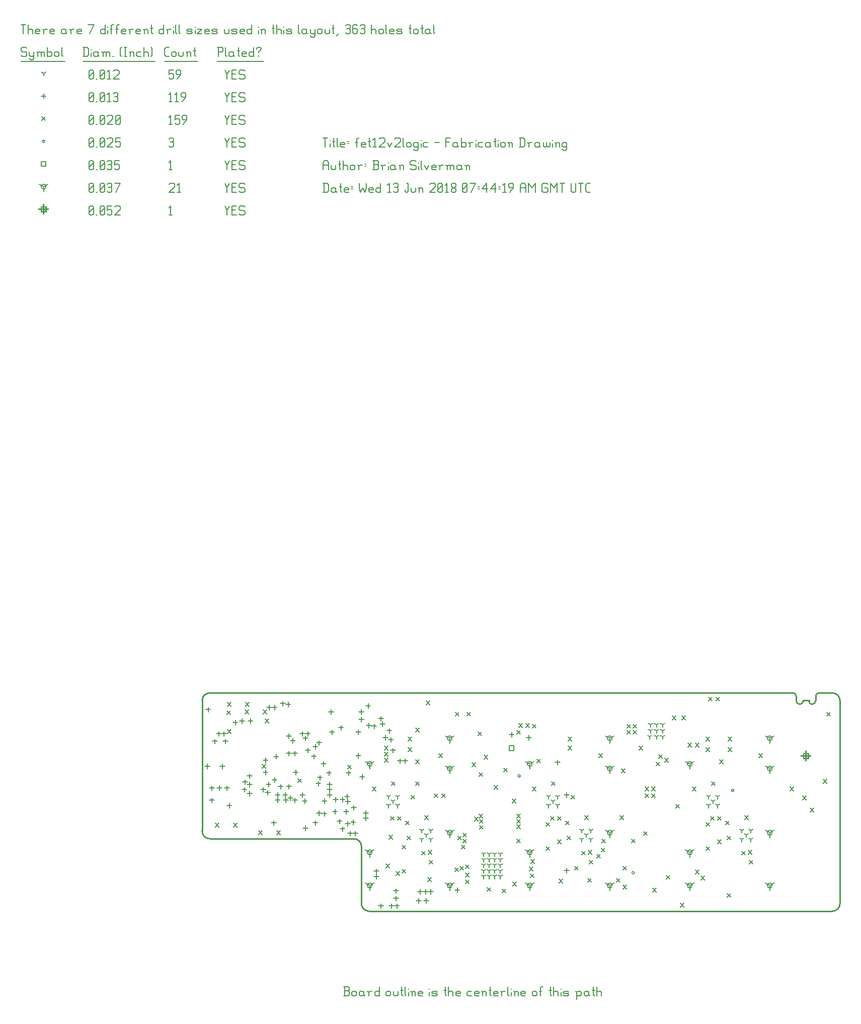
<source format=gbr>
G04 start of page 15 for group -3984 idx -3984 *
G04 Title: fet12v2logic, fab *
G04 Creator: pcb 20140316 *
G04 CreationDate: Wed 13 Jun 2018 07:44:19 AM GMT UTC *
G04 For: brian *
G04 Format: Gerber/RS-274X *
G04 PCB-Dimensions (mil): 6000.00 5000.00 *
G04 PCB-Coordinate-Origin: lower left *
%MOIN*%
%FSLAX25Y25*%
%LNFAB*%
%ADD233C,0.0100*%
%ADD232C,0.0075*%
%ADD231C,0.0060*%
%ADD230R,0.0080X0.0080*%
G54D230*X520000Y152484D02*Y146084D01*
X516800Y149284D02*X523200D01*
X518400Y150884D02*X521600D01*
X518400D02*Y147684D01*
X521600D01*
Y150884D02*Y147684D01*
X15000Y514450D02*Y508050D01*
X11800Y511250D02*X18200D01*
X13400Y512850D02*X16600D01*
X13400D02*Y509650D01*
X16600D01*
Y512850D02*Y509650D01*
G54D231*X135000Y513500D02*X136500Y510500D01*
X138000Y513500D01*
X136500Y510500D02*Y507500D01*
X139800Y510800D02*X142050D01*
X139800Y507500D02*X142800D01*
X139800Y513500D02*Y507500D01*
Y513500D02*X142800D01*
X147600D02*X148350Y512750D01*
X145350Y513500D02*X147600D01*
X144600Y512750D02*X145350Y513500D01*
X144600Y512750D02*Y511250D01*
X145350Y510500D01*
X147600D01*
X148350Y509750D01*
Y508250D01*
X147600Y507500D02*X148350Y508250D01*
X145350Y507500D02*X147600D01*
X144600Y508250D02*X145350Y507500D01*
X98000Y512300D02*X99200Y513500D01*
Y507500D01*
X98000D02*X100250D01*
X45000Y508250D02*X45750Y507500D01*
X45000Y512750D02*Y508250D01*
Y512750D02*X45750Y513500D01*
X47250D01*
X48000Y512750D01*
Y508250D01*
X47250Y507500D02*X48000Y508250D01*
X45750Y507500D02*X47250D01*
X45000Y509000D02*X48000Y512000D01*
X49800Y507500D02*X50550D01*
X52350Y508250D02*X53100Y507500D01*
X52350Y512750D02*Y508250D01*
Y512750D02*X53100Y513500D01*
X54600D01*
X55350Y512750D01*
Y508250D01*
X54600Y507500D02*X55350Y508250D01*
X53100Y507500D02*X54600D01*
X52350Y509000D02*X55350Y512000D01*
X57150Y513500D02*X60150D01*
X57150D02*Y510500D01*
X57900Y511250D01*
X59400D01*
X60150Y510500D01*
Y508250D01*
X59400Y507500D02*X60150Y508250D01*
X57900Y507500D02*X59400D01*
X57150Y508250D02*X57900Y507500D01*
X61950Y512750D02*X62700Y513500D01*
X64950D01*
X65700Y512750D01*
Y511250D01*
X61950Y507500D02*X65700Y511250D01*
X61950Y507500D02*X65700D01*
X496000Y161000D02*Y157800D01*
Y161000D02*X498773Y162600D01*
X496000Y161000D02*X493227Y162600D01*
X494400Y161000D02*G75*G03X497600Y161000I1600J0D01*G01*
G75*G03X494400Y161000I-1600J0D01*G01*
X443000Y63500D02*Y60300D01*
Y63500D02*X445773Y65100D01*
X443000Y63500D02*X440227Y65100D01*
X441400Y63500D02*G75*G03X444600Y63500I1600J0D01*G01*
G75*G03X441400Y63500I-1600J0D01*G01*
X496000Y98500D02*Y95300D01*
Y98500D02*X498773Y100100D01*
X496000Y98500D02*X493227Y100100D01*
X494400Y98500D02*G75*G03X497600Y98500I1600J0D01*G01*
G75*G03X494400Y98500I-1600J0D01*G01*
X496000Y63500D02*Y60300D01*
Y63500D02*X498773Y65100D01*
X496000Y63500D02*X493227Y65100D01*
X494400Y63500D02*G75*G03X497600Y63500I1600J0D01*G01*
G75*G03X494400Y63500I-1600J0D01*G01*
X496000Y141000D02*Y137800D01*
Y141000D02*X498773Y142600D01*
X496000Y141000D02*X493227Y142600D01*
X494400Y141000D02*G75*G03X497600Y141000I1600J0D01*G01*
G75*G03X494400Y141000I-1600J0D01*G01*
X443000Y85500D02*Y82300D01*
Y85500D02*X445773Y87100D01*
X443000Y85500D02*X440227Y87100D01*
X441400Y85500D02*G75*G03X444600Y85500I1600J0D01*G01*
G75*G03X441400Y85500I-1600J0D01*G01*
X443000Y144000D02*Y140800D01*
Y144000D02*X445773Y145600D01*
X443000Y144000D02*X440227Y145600D01*
X441400Y144000D02*G75*G03X444600Y144000I1600J0D01*G01*
G75*G03X441400Y144000I-1600J0D01*G01*
X390000Y161000D02*Y157800D01*
Y161000D02*X392773Y162600D01*
X390000Y161000D02*X387227Y162600D01*
X388400Y161000D02*G75*G03X391600Y161000I1600J0D01*G01*
G75*G03X388400Y161000I-1600J0D01*G01*
X337000Y63500D02*Y60300D01*
Y63500D02*X339773Y65100D01*
X337000Y63500D02*X334227Y65100D01*
X335400Y63500D02*G75*G03X338600Y63500I1600J0D01*G01*
G75*G03X335400Y63500I-1600J0D01*G01*
X390000Y98500D02*Y95300D01*
Y98500D02*X392773Y100100D01*
X390000Y98500D02*X387227Y100100D01*
X388400Y98500D02*G75*G03X391600Y98500I1600J0D01*G01*
G75*G03X388400Y98500I-1600J0D01*G01*
X390000Y63500D02*Y60300D01*
Y63500D02*X392773Y65100D01*
X390000Y63500D02*X387227Y65100D01*
X388400Y63500D02*G75*G03X391600Y63500I1600J0D01*G01*
G75*G03X388400Y63500I-1600J0D01*G01*
X390000Y141000D02*Y137800D01*
Y141000D02*X392773Y142600D01*
X390000Y141000D02*X387227Y142600D01*
X388400Y141000D02*G75*G03X391600Y141000I1600J0D01*G01*
G75*G03X388400Y141000I-1600J0D01*G01*
X337000Y85500D02*Y82300D01*
Y85500D02*X339773Y87100D01*
X337000Y85500D02*X334227Y87100D01*
X335400Y85500D02*G75*G03X338600Y85500I1600J0D01*G01*
G75*G03X335400Y85500I-1600J0D01*G01*
X337000Y144000D02*Y140800D01*
Y144000D02*X339773Y145600D01*
X337000Y144000D02*X334227Y145600D01*
X335400Y144000D02*G75*G03X338600Y144000I1600J0D01*G01*
G75*G03X335400Y144000I-1600J0D01*G01*
X284000Y161000D02*Y157800D01*
Y161000D02*X286773Y162600D01*
X284000Y161000D02*X281227Y162600D01*
X282400Y161000D02*G75*G03X285600Y161000I1600J0D01*G01*
G75*G03X282400Y161000I-1600J0D01*G01*
X231000Y63500D02*Y60300D01*
Y63500D02*X233773Y65100D01*
X231000Y63500D02*X228227Y65100D01*
X229400Y63500D02*G75*G03X232600Y63500I1600J0D01*G01*
G75*G03X229400Y63500I-1600J0D01*G01*
X284000Y98500D02*Y95300D01*
Y98500D02*X286773Y100100D01*
X284000Y98500D02*X281227Y100100D01*
X282400Y98500D02*G75*G03X285600Y98500I1600J0D01*G01*
G75*G03X282400Y98500I-1600J0D01*G01*
X284000Y63500D02*Y60300D01*
Y63500D02*X286773Y65100D01*
X284000Y63500D02*X281227Y65100D01*
X282400Y63500D02*G75*G03X285600Y63500I1600J0D01*G01*
G75*G03X282400Y63500I-1600J0D01*G01*
X284000Y141000D02*Y137800D01*
Y141000D02*X286773Y142600D01*
X284000Y141000D02*X281227Y142600D01*
X282400Y141000D02*G75*G03X285600Y141000I1600J0D01*G01*
G75*G03X282400Y141000I-1600J0D01*G01*
X231000Y85500D02*Y82300D01*
Y85500D02*X233773Y87100D01*
X231000Y85500D02*X228227Y87100D01*
X229400Y85500D02*G75*G03X232600Y85500I1600J0D01*G01*
G75*G03X229400Y85500I-1600J0D01*G01*
X231000Y144000D02*Y140800D01*
Y144000D02*X233773Y145600D01*
X231000Y144000D02*X228227Y145600D01*
X229400Y144000D02*G75*G03X232600Y144000I1600J0D01*G01*
G75*G03X229400Y144000I-1600J0D01*G01*
X15000Y526250D02*Y523050D01*
Y526250D02*X17773Y527850D01*
X15000Y526250D02*X12227Y527850D01*
X13400Y526250D02*G75*G03X16600Y526250I1600J0D01*G01*
G75*G03X13400Y526250I-1600J0D01*G01*
X135000Y528500D02*X136500Y525500D01*
X138000Y528500D01*
X136500Y525500D02*Y522500D01*
X139800Y525800D02*X142050D01*
X139800Y522500D02*X142800D01*
X139800Y528500D02*Y522500D01*
Y528500D02*X142800D01*
X147600D02*X148350Y527750D01*
X145350Y528500D02*X147600D01*
X144600Y527750D02*X145350Y528500D01*
X144600Y527750D02*Y526250D01*
X145350Y525500D01*
X147600D01*
X148350Y524750D01*
Y523250D01*
X147600Y522500D02*X148350Y523250D01*
X145350Y522500D02*X147600D01*
X144600Y523250D02*X145350Y522500D01*
X98000Y527750D02*X98750Y528500D01*
X101000D01*
X101750Y527750D01*
Y526250D01*
X98000Y522500D02*X101750Y526250D01*
X98000Y522500D02*X101750D01*
X103550Y527300D02*X104750Y528500D01*
Y522500D01*
X103550D02*X105800D01*
X45000Y523250D02*X45750Y522500D01*
X45000Y527750D02*Y523250D01*
Y527750D02*X45750Y528500D01*
X47250D01*
X48000Y527750D01*
Y523250D01*
X47250Y522500D02*X48000Y523250D01*
X45750Y522500D02*X47250D01*
X45000Y524000D02*X48000Y527000D01*
X49800Y522500D02*X50550D01*
X52350Y523250D02*X53100Y522500D01*
X52350Y527750D02*Y523250D01*
Y527750D02*X53100Y528500D01*
X54600D01*
X55350Y527750D01*
Y523250D01*
X54600Y522500D02*X55350Y523250D01*
X53100Y522500D02*X54600D01*
X52350Y524000D02*X55350Y527000D01*
X57150Y527750D02*X57900Y528500D01*
X59400D01*
X60150Y527750D01*
X59400Y522500D02*X60150Y523250D01*
X57900Y522500D02*X59400D01*
X57150Y523250D02*X57900Y522500D01*
Y525800D02*X59400D01*
X60150Y527750D02*Y526550D01*
Y525050D02*Y523250D01*
Y525050D02*X59400Y525800D01*
X60150Y526550D02*X59400Y525800D01*
X62700Y522500D02*X65700Y528500D01*
X61950D02*X65700D01*
X323400Y156100D02*X326600D01*
X323400D02*Y152900D01*
X326600D01*
Y156100D02*Y152900D01*
X13400Y542850D02*X16600D01*
X13400D02*Y539650D01*
X16600D01*
Y542850D02*Y539650D01*
X135000Y543500D02*X136500Y540500D01*
X138000Y543500D01*
X136500Y540500D02*Y537500D01*
X139800Y540800D02*X142050D01*
X139800Y537500D02*X142800D01*
X139800Y543500D02*Y537500D01*
Y543500D02*X142800D01*
X147600D02*X148350Y542750D01*
X145350Y543500D02*X147600D01*
X144600Y542750D02*X145350Y543500D01*
X144600Y542750D02*Y541250D01*
X145350Y540500D01*
X147600D01*
X148350Y539750D01*
Y538250D01*
X147600Y537500D02*X148350Y538250D01*
X145350Y537500D02*X147600D01*
X144600Y538250D02*X145350Y537500D01*
X98000Y542300D02*X99200Y543500D01*
Y537500D01*
X98000D02*X100250D01*
X45000Y538250D02*X45750Y537500D01*
X45000Y542750D02*Y538250D01*
Y542750D02*X45750Y543500D01*
X47250D01*
X48000Y542750D01*
Y538250D01*
X47250Y537500D02*X48000Y538250D01*
X45750Y537500D02*X47250D01*
X45000Y539000D02*X48000Y542000D01*
X49800Y537500D02*X50550D01*
X52350Y538250D02*X53100Y537500D01*
X52350Y542750D02*Y538250D01*
Y542750D02*X53100Y543500D01*
X54600D01*
X55350Y542750D01*
Y538250D01*
X54600Y537500D02*X55350Y538250D01*
X53100Y537500D02*X54600D01*
X52350Y539000D02*X55350Y542000D01*
X57150Y542750D02*X57900Y543500D01*
X59400D01*
X60150Y542750D01*
X59400Y537500D02*X60150Y538250D01*
X57900Y537500D02*X59400D01*
X57150Y538250D02*X57900Y537500D01*
Y540800D02*X59400D01*
X60150Y542750D02*Y541550D01*
Y540050D02*Y538250D01*
Y540050D02*X59400Y540800D01*
X60150Y541550D02*X59400Y540800D01*
X61950Y543500D02*X64950D01*
X61950D02*Y540500D01*
X62700Y541250D01*
X64200D01*
X64950Y540500D01*
Y538250D01*
X64200Y537500D02*X64950Y538250D01*
X62700Y537500D02*X64200D01*
X61950Y538250D02*X62700Y537500D01*
X470700Y126500D02*G75*G03X472300Y126500I800J0D01*G01*
G75*G03X470700Y126500I-800J0D01*G01*
X329200Y136000D02*G75*G03X330800Y136000I800J0D01*G01*
G75*G03X329200Y136000I-800J0D01*G01*
X404700Y72000D02*G75*G03X406300Y72000I800J0D01*G01*
G75*G03X404700Y72000I-800J0D01*G01*
X14200Y556250D02*G75*G03X15800Y556250I800J0D01*G01*
G75*G03X14200Y556250I-800J0D01*G01*
X135000Y558500D02*X136500Y555500D01*
X138000Y558500D01*
X136500Y555500D02*Y552500D01*
X139800Y555800D02*X142050D01*
X139800Y552500D02*X142800D01*
X139800Y558500D02*Y552500D01*
Y558500D02*X142800D01*
X147600D02*X148350Y557750D01*
X145350Y558500D02*X147600D01*
X144600Y557750D02*X145350Y558500D01*
X144600Y557750D02*Y556250D01*
X145350Y555500D01*
X147600D01*
X148350Y554750D01*
Y553250D01*
X147600Y552500D02*X148350Y553250D01*
X145350Y552500D02*X147600D01*
X144600Y553250D02*X145350Y552500D01*
X98000Y557750D02*X98750Y558500D01*
X100250D01*
X101000Y557750D01*
X100250Y552500D02*X101000Y553250D01*
X98750Y552500D02*X100250D01*
X98000Y553250D02*X98750Y552500D01*
Y555800D02*X100250D01*
X101000Y557750D02*Y556550D01*
Y555050D02*Y553250D01*
Y555050D02*X100250Y555800D01*
X101000Y556550D02*X100250Y555800D01*
X45000Y553250D02*X45750Y552500D01*
X45000Y557750D02*Y553250D01*
Y557750D02*X45750Y558500D01*
X47250D01*
X48000Y557750D01*
Y553250D01*
X47250Y552500D02*X48000Y553250D01*
X45750Y552500D02*X47250D01*
X45000Y554000D02*X48000Y557000D01*
X49800Y552500D02*X50550D01*
X52350Y553250D02*X53100Y552500D01*
X52350Y557750D02*Y553250D01*
Y557750D02*X53100Y558500D01*
X54600D01*
X55350Y557750D01*
Y553250D01*
X54600Y552500D02*X55350Y553250D01*
X53100Y552500D02*X54600D01*
X52350Y554000D02*X55350Y557000D01*
X57150Y557750D02*X57900Y558500D01*
X60150D01*
X60900Y557750D01*
Y556250D01*
X57150Y552500D02*X60900Y556250D01*
X57150Y552500D02*X60900D01*
X62700Y558500D02*X65700D01*
X62700D02*Y555500D01*
X63450Y556250D01*
X64950D01*
X65700Y555500D01*
Y553250D01*
X64950Y552500D02*X65700Y553250D01*
X63450Y552500D02*X64950D01*
X62700Y553250D02*X63450Y552500D01*
X457300Y132200D02*X459700Y129800D01*
X457300D02*X459700Y132200D01*
X444800Y128700D02*X447200Y126300D01*
X444800D02*X447200Y128700D01*
X456800Y109200D02*X459200Y106800D01*
X456800D02*X459200Y109200D01*
X461300D02*X463700Y106800D01*
X461300D02*X463700Y109200D01*
X468300Y161700D02*X470700Y159300D01*
X468300D02*X470700Y161700D01*
X468300Y154700D02*X470700Y152300D01*
X468300D02*X470700Y154700D01*
X488800Y150700D02*X491200Y148300D01*
X488800D02*X491200Y150700D01*
X461300Y93700D02*X463700Y91300D01*
X461300D02*X463700Y93700D01*
X477300Y86200D02*X479700Y83800D01*
X477300D02*X479700Y86200D01*
X481800Y86700D02*X484200Y84300D01*
X481800D02*X484200Y86700D01*
X466800Y106200D02*X469200Y103800D01*
X466800D02*X469200Y106200D01*
X479300Y109700D02*X481700Y107300D01*
X479300D02*X481700Y109700D01*
X482300Y80200D02*X484700Y77800D01*
X482300D02*X484700Y80200D01*
X467800Y96200D02*X470200Y93800D01*
X467800D02*X470200Y96200D01*
X453800Y89200D02*X456200Y86800D01*
X453800D02*X456200Y89200D01*
X453800Y105200D02*X456200Y102800D01*
X453800D02*X456200Y105200D01*
X351300Y132200D02*X353700Y129800D01*
X351300D02*X353700Y132200D01*
X338800Y128700D02*X341200Y126300D01*
X338800D02*X341200Y128700D01*
X350800Y109200D02*X353200Y106800D01*
X350800D02*X353200Y109200D01*
X355300D02*X357700Y106800D01*
X355300D02*X357700Y109200D01*
X362300Y161700D02*X364700Y159300D01*
X362300D02*X364700Y161700D01*
X362300Y155700D02*X364700Y153300D01*
X362300D02*X364700Y155700D01*
X382800Y150700D02*X385200Y148300D01*
X382800D02*X385200Y150700D01*
X355300Y93700D02*X357700Y91300D01*
X355300D02*X357700Y93700D01*
X371300Y86200D02*X373700Y83800D01*
X371300D02*X373700Y86200D01*
X375800Y86700D02*X378200Y84300D01*
X375800D02*X378200Y86700D01*
X360800Y106200D02*X363200Y103800D01*
X360800D02*X363200Y106200D01*
X373300Y109700D02*X375700Y107300D01*
X373300D02*X375700Y109700D01*
X364300Y123200D02*X366700Y120800D01*
X364300D02*X366700Y123200D01*
X376300Y80200D02*X378700Y77800D01*
X376300D02*X378700Y80200D01*
X361800Y96200D02*X364200Y93800D01*
X361800D02*X364200Y96200D01*
X347800Y89200D02*X350200Y86800D01*
X347800D02*X350200Y89200D01*
X347800Y105200D02*X350200Y102800D01*
X347800D02*X350200Y105200D01*
X245300Y132200D02*X247700Y129800D01*
X245300D02*X247700Y132200D01*
X232800Y128700D02*X235200Y126300D01*
X232800D02*X235200Y128700D01*
X244800Y109200D02*X247200Y106800D01*
X244800D02*X247200Y109200D01*
X249300D02*X251700Y106800D01*
X249300D02*X251700Y109200D01*
X256300Y161700D02*X258700Y159300D01*
X256300D02*X258700Y161700D01*
X256300Y154700D02*X258700Y152300D01*
X256300D02*X258700Y154700D01*
X276800Y150700D02*X279200Y148300D01*
X276800D02*X279200Y150700D01*
X265300Y86200D02*X267700Y83800D01*
X265300D02*X267700Y86200D01*
X269800Y86700D02*X272200Y84300D01*
X269800D02*X272200Y86700D01*
X254800Y106200D02*X257200Y103800D01*
X254800D02*X257200Y106200D01*
X267300Y109700D02*X269700Y107300D01*
X267300D02*X269700Y109700D01*
X258300Y123200D02*X260700Y120800D01*
X258300D02*X260700Y123200D01*
X270300Y80200D02*X272700Y77800D01*
X270300D02*X272700Y80200D01*
X255800Y96200D02*X258200Y93800D01*
X255800D02*X258200Y96200D01*
X453800Y161700D02*X456200Y159300D01*
X453800D02*X456200Y161700D01*
X453800Y154700D02*X456200Y152300D01*
X453800D02*X456200Y154700D01*
X294300Y67200D02*X296700Y64800D01*
X294300D02*X296700Y67200D01*
X294300Y71700D02*X296700Y69300D01*
X294300D02*X296700Y71700D01*
X336800Y75700D02*X339200Y73300D01*
X336800D02*X339200Y75700D01*
X291800Y90200D02*X294200Y87800D01*
X291800D02*X294200Y90200D01*
X292800Y94200D02*X295200Y91800D01*
X292800D02*X295200Y94200D01*
X289300Y96200D02*X291700Y93800D01*
X289300D02*X291700Y96200D01*
X292800Y98200D02*X295200Y95800D01*
X292800D02*X295200Y98200D01*
X409300Y155700D02*X411700Y153300D01*
X409300D02*X411700Y155700D01*
X420800Y145200D02*X423200Y142800D01*
X420800D02*X423200Y145200D01*
X426300Y147700D02*X428700Y145300D01*
X426300D02*X428700Y147700D01*
X422300Y150200D02*X424700Y147800D01*
X422300D02*X424700Y150200D01*
X413300Y128700D02*X415700Y126300D01*
X413300D02*X415700Y128700D01*
X417800D02*X420200Y126300D01*
X417800D02*X420200Y128700D01*
X413300Y124200D02*X415700Y121800D01*
X413300D02*X415700Y124200D01*
X417800D02*X420200Y121800D01*
X417800D02*X420200Y124200D01*
X401300Y166200D02*X403700Y163800D01*
X401300D02*X403700Y166200D01*
X405300D02*X407700Y163800D01*
X405300D02*X407700Y166200D01*
X401300Y170200D02*X403700Y167800D01*
X401300D02*X403700Y170200D01*
X405300D02*X407700Y167800D01*
X405300D02*X407700Y170200D01*
X303800Y103200D02*X306200Y100800D01*
X303800D02*X306200Y103200D01*
X303800Y107200D02*X306200Y104800D01*
X303800D02*X306200Y107200D01*
X300300Y108700D02*X302700Y106300D01*
X300300D02*X302700Y108700D01*
X303300Y110700D02*X305700Y108300D01*
X303300D02*X305700Y110700D01*
X294300Y77200D02*X296700Y74800D01*
X294300D02*X296700Y77200D01*
X290800Y76200D02*X293200Y73800D01*
X290800D02*X293200Y76200D01*
X287300Y75200D02*X289700Y72800D01*
X287300D02*X289700Y75200D01*
X517800Y122700D02*X520200Y120300D01*
X517800D02*X520200Y122700D01*
X522800Y114700D02*X525200Y112300D01*
X522800D02*X525200Y114700D01*
X298800Y144700D02*X301200Y142300D01*
X298800D02*X301200Y144700D01*
X306800Y149700D02*X309200Y147300D01*
X306800D02*X309200Y149700D01*
X404300Y94200D02*X406700Y91800D01*
X404300D02*X406700Y94200D01*
X412300Y99200D02*X414700Y96800D01*
X412300D02*X414700Y99200D01*
X531300Y133700D02*X533700Y131300D01*
X531300D02*X533700Y133700D01*
X509300Y128700D02*X511700Y126300D01*
X509300D02*X511700Y128700D01*
X533800Y178200D02*X536200Y175800D01*
X533800D02*X536200Y178200D01*
X467800Y58200D02*X470200Y55800D01*
X467800D02*X470200Y58200D01*
X431300Y175700D02*X433700Y173300D01*
X431300D02*X433700Y175700D01*
X437800D02*X440200Y173300D01*
X437800D02*X440200Y175700D01*
X462800Y146700D02*X465200Y144300D01*
X462800D02*X465200Y146700D01*
X446800Y73700D02*X449200Y71300D01*
X446800D02*X449200Y73700D01*
X450300Y69700D02*X452700Y67300D01*
X450300D02*X452700Y69700D01*
X433800Y117200D02*X436200Y114800D01*
X433800D02*X436200Y117200D01*
X381300Y84200D02*X383700Y81800D01*
X381300D02*X383700Y84200D01*
X384800Y94200D02*X387200Y91800D01*
X384800D02*X387200Y94200D01*
X384300Y88200D02*X386700Y85800D01*
X384300D02*X386700Y88200D01*
X375300Y68200D02*X377700Y65800D01*
X375300D02*X377700Y68200D01*
X436800Y51700D02*X439200Y49300D01*
X436800D02*X439200Y51700D01*
X418300Y61700D02*X420700Y59300D01*
X418300D02*X420700Y61700D01*
X427300Y70200D02*X429700Y67800D01*
X427300D02*X429700Y70200D01*
X398800Y63700D02*X401200Y61300D01*
X398800D02*X401200Y63700D01*
X398800Y76200D02*X401200Y73800D01*
X398800D02*X401200Y76200D01*
X394300Y68200D02*X396700Y65800D01*
X394300D02*X396700Y68200D01*
X455300Y188200D02*X457700Y185800D01*
X455300D02*X457700Y188200D01*
X460300D02*X462700Y185800D01*
X460300D02*X462700Y188200D01*
X337800Y80700D02*X340200Y78300D01*
X337800D02*X340200Y80700D01*
X337300Y71200D02*X339700Y68800D01*
X337300D02*X339700Y71200D01*
X325800Y65700D02*X328200Y63300D01*
X325800D02*X328200Y65700D01*
X328300Y94200D02*X330700Y91800D01*
X328300D02*X330700Y94200D01*
X325300Y120700D02*X327700Y118300D01*
X325300D02*X327700Y120700D01*
X295300Y178200D02*X297700Y175800D01*
X295300D02*X297700Y178200D01*
X287800D02*X290200Y175800D01*
X287800D02*X290200Y178200D01*
X366800Y76200D02*X369200Y73800D01*
X366800D02*X369200Y76200D01*
X318800Y61200D02*X321200Y58800D01*
X318800D02*X321200Y61200D01*
X328300Y110700D02*X330700Y108300D01*
X328300D02*X330700Y110700D01*
X328300Y107200D02*X330700Y104800D01*
X328300D02*X330700Y107200D01*
X328300Y103700D02*X330700Y101300D01*
X328300D02*X330700Y103700D01*
X308800Y62200D02*X311200Y59800D01*
X308800D02*X311200Y62200D01*
X341800Y147200D02*X344200Y144800D01*
X341800D02*X344200Y147200D01*
X313300Y129700D02*X315700Y127300D01*
X313300D02*X315700Y129700D01*
X319800Y141200D02*X322200Y138800D01*
X319800D02*X322200Y141200D01*
X302800Y165200D02*X305200Y162800D01*
X302800D02*X305200Y165200D01*
X328300Y166200D02*X330700Y163800D01*
X328300D02*X330700Y166200D01*
X268300Y185700D02*X270700Y183300D01*
X268300D02*X270700Y185700D01*
X261300Y167700D02*X263700Y165300D01*
X261300D02*X263700Y167700D01*
X216300Y143200D02*X218700Y140800D01*
X216300D02*X218700Y143200D01*
X159800Y143700D02*X162200Y141300D01*
X159800D02*X162200Y143700D01*
X269300Y68700D02*X271700Y66300D01*
X269300D02*X271700Y68700D01*
X252300Y74200D02*X254700Y71800D01*
X252300D02*X254700Y74200D01*
X252300Y90200D02*X254700Y87800D01*
X252300D02*X254700Y90200D01*
X248300Y72700D02*X250700Y70300D01*
X248300D02*X250700Y72700D01*
X241800Y77700D02*X244200Y75300D01*
X241800D02*X244200Y77700D01*
X261300Y132200D02*X263700Y129800D01*
X261300D02*X263700Y132200D01*
X261300Y146700D02*X263700Y144300D01*
X261300D02*X263700Y146700D01*
X240800Y147700D02*X243200Y145300D01*
X240800D02*X243200Y147700D01*
X240800Y151700D02*X243200Y149300D01*
X240800D02*X243200Y151700D01*
X243800Y96700D02*X246200Y94300D01*
X243800D02*X246200Y96700D01*
X136800Y166700D02*X139200Y164300D01*
X136800D02*X139200Y166700D01*
X161800Y173700D02*X164200Y171300D01*
X161800D02*X164200Y173700D01*
X183300Y134200D02*X185700Y131800D01*
X183300D02*X185700Y134200D01*
X240800Y155700D02*X243200Y153300D01*
X240800D02*X243200Y155700D01*
X148300Y179700D02*X150700Y177300D01*
X148300D02*X150700Y179700D01*
X160300D02*X162700Y177300D01*
X160300D02*X162700Y179700D01*
X128800Y104700D02*X131200Y102300D01*
X128800D02*X131200Y104700D01*
X140800D02*X143200Y102300D01*
X140800D02*X143200Y104700D01*
X157300Y99700D02*X159700Y97300D01*
X157300D02*X159700Y99700D01*
X169300D02*X171700Y97300D01*
X169300D02*X171700Y99700D01*
X148800Y184700D02*X151200Y182300D01*
X148800D02*X151200Y184700D01*
X136800D02*X139200Y182300D01*
X136800D02*X139200Y184700D01*
X136300Y179200D02*X138700Y176800D01*
X136300D02*X138700Y179200D01*
X446800Y157700D02*X449200Y155300D01*
X446800D02*X449200Y157700D01*
X441800D02*X444200Y155300D01*
X441800D02*X444200Y157700D01*
X278800Y124200D02*X281200Y121800D01*
X278800D02*X281200Y124200D01*
X273800D02*X276200Y121800D01*
X273800D02*X276200Y124200D01*
X303300Y138200D02*X305700Y135800D01*
X303300D02*X305700Y138200D01*
X396800Y109700D02*X399200Y107300D01*
X396800D02*X399200Y109700D01*
X329800Y170700D02*X332200Y168300D01*
X329800D02*X332200Y170700D01*
X334300D02*X336700Y168300D01*
X334300D02*X336700Y170700D01*
X338800Y170200D02*X341200Y167800D01*
X338800D02*X341200Y170200D01*
X397800Y140700D02*X400200Y138300D01*
X397800D02*X400200Y140700D01*
X356300Y67700D02*X358700Y65300D01*
X356300D02*X358700Y67700D01*
X13800Y572450D02*X16200Y570050D01*
X13800D02*X16200Y572450D01*
X135000Y573500D02*X136500Y570500D01*
X138000Y573500D01*
X136500Y570500D02*Y567500D01*
X139800Y570800D02*X142050D01*
X139800Y567500D02*X142800D01*
X139800Y573500D02*Y567500D01*
Y573500D02*X142800D01*
X147600D02*X148350Y572750D01*
X145350Y573500D02*X147600D01*
X144600Y572750D02*X145350Y573500D01*
X144600Y572750D02*Y571250D01*
X145350Y570500D01*
X147600D01*
X148350Y569750D01*
Y568250D01*
X147600Y567500D02*X148350Y568250D01*
X145350Y567500D02*X147600D01*
X144600Y568250D02*X145350Y567500D01*
X98000Y572300D02*X99200Y573500D01*
Y567500D01*
X98000D02*X100250D01*
X102050Y573500D02*X105050D01*
X102050D02*Y570500D01*
X102800Y571250D01*
X104300D01*
X105050Y570500D01*
Y568250D01*
X104300Y567500D02*X105050Y568250D01*
X102800Y567500D02*X104300D01*
X102050Y568250D02*X102800Y567500D01*
X107600D02*X109850Y570500D01*
Y572750D02*Y570500D01*
X109100Y573500D02*X109850Y572750D01*
X107600Y573500D02*X109100D01*
X106850Y572750D02*X107600Y573500D01*
X106850Y572750D02*Y571250D01*
X107600Y570500D01*
X109850D01*
X45000Y568250D02*X45750Y567500D01*
X45000Y572750D02*Y568250D01*
Y572750D02*X45750Y573500D01*
X47250D01*
X48000Y572750D01*
Y568250D01*
X47250Y567500D02*X48000Y568250D01*
X45750Y567500D02*X47250D01*
X45000Y569000D02*X48000Y572000D01*
X49800Y567500D02*X50550D01*
X52350Y568250D02*X53100Y567500D01*
X52350Y572750D02*Y568250D01*
Y572750D02*X53100Y573500D01*
X54600D01*
X55350Y572750D01*
Y568250D01*
X54600Y567500D02*X55350Y568250D01*
X53100Y567500D02*X54600D01*
X52350Y569000D02*X55350Y572000D01*
X57150Y572750D02*X57900Y573500D01*
X60150D01*
X60900Y572750D01*
Y571250D01*
X57150Y567500D02*X60900Y571250D01*
X57150Y567500D02*X60900D01*
X62700Y568250D02*X63450Y567500D01*
X62700Y572750D02*Y568250D01*
Y572750D02*X63450Y573500D01*
X64950D01*
X65700Y572750D01*
Y568250D01*
X64950Y567500D02*X65700Y568250D01*
X63450Y567500D02*X64950D01*
X62700Y569000D02*X65700Y572000D01*
X264500Y61100D02*Y57900D01*
X262900Y59500D02*X266100D01*
X268000Y61100D02*Y57900D01*
X266400Y59500D02*X269600D01*
X248500Y56600D02*Y53400D01*
X246900Y55000D02*X250100D01*
X249000Y51600D02*Y48400D01*
X247400Y50000D02*X250600D01*
X245500Y51600D02*Y48400D01*
X243900Y50000D02*X247100D01*
X238500Y51600D02*Y48400D01*
X236900Y50000D02*X240100D01*
X289000Y62100D02*Y58900D01*
X287400Y60500D02*X290600D01*
X248500Y61600D02*Y58400D01*
X246900Y60000D02*X250100D01*
X271500Y61100D02*Y57900D01*
X269900Y59500D02*X273100D01*
X263500Y55100D02*Y51900D01*
X261900Y53500D02*X265100D01*
X235500Y71100D02*Y67900D01*
X233900Y69500D02*X237100D01*
X235500Y74600D02*Y71400D01*
X233900Y73000D02*X237100D01*
X228500Y109600D02*Y106400D01*
X226900Y108000D02*X230100D01*
X216000Y124100D02*Y120900D01*
X214400Y122500D02*X217600D01*
X221500Y99600D02*Y96400D01*
X219900Y98000D02*X223100D01*
X218000Y99600D02*Y96400D01*
X216400Y98000D02*X219600D01*
X216500Y106100D02*Y102900D01*
X214900Y104500D02*X218100D01*
X220000Y107100D02*Y103900D01*
X218400Y105500D02*X221600D01*
X268500Y55100D02*Y51900D01*
X266900Y53500D02*X270100D01*
X204500Y128600D02*Y125400D01*
X202900Y127000D02*X206100D01*
X204500Y132100D02*Y128900D01*
X202900Y130500D02*X206100D01*
X197500Y159600D02*Y156400D01*
X195900Y158000D02*X199100D01*
X239500Y172100D02*Y168900D01*
X237900Y170500D02*X241100D01*
X212000Y169600D02*Y166400D01*
X210400Y168000D02*X213600D01*
X188000Y121100D02*Y117900D01*
X186400Y119500D02*X189600D01*
X213000Y102600D02*Y99400D01*
X211400Y101000D02*X214600D01*
X186500Y165600D02*Y162400D01*
X184900Y164000D02*X188100D01*
X190000Y165600D02*Y162400D01*
X188400Y164000D02*X191600D01*
X188500Y162600D02*Y159400D01*
X186900Y161000D02*X190100D01*
X180000Y161100D02*Y157900D01*
X178400Y159500D02*X181600D01*
X168000Y183100D02*Y179900D01*
X166400Y181500D02*X169600D01*
X177000Y185100D02*Y181900D01*
X175400Y183500D02*X178600D01*
X173500Y185600D02*Y182400D01*
X171900Y184000D02*X175100D01*
X197500Y113100D02*Y109900D01*
X195900Y111500D02*X199100D01*
X201000Y121100D02*Y117900D01*
X199400Y119500D02*X202600D01*
X167500Y106600D02*Y103400D01*
X165900Y105000D02*X169100D01*
X142000Y173100D02*Y169900D01*
X140400Y171500D02*X143600D01*
X152000Y174100D02*Y170900D01*
X150400Y172500D02*X153600D01*
X228500Y113100D02*Y109900D01*
X226900Y111500D02*X230100D01*
X177500Y130600D02*Y127400D01*
X175900Y129000D02*X179100D01*
X172000Y130600D02*Y127400D01*
X170400Y129000D02*X173600D01*
X182000Y140100D02*Y136900D01*
X180400Y138500D02*X183600D01*
X162000Y140100D02*Y136900D01*
X160400Y138500D02*X163600D01*
X190000Y154600D02*Y151400D01*
X188400Y153000D02*X191600D01*
X225500Y180100D02*Y176900D01*
X223900Y178500D02*X227100D01*
X225500Y175100D02*Y171900D01*
X223900Y173500D02*X227100D01*
X133500Y144100D02*Y140900D01*
X131900Y142500D02*X135100D01*
X123500Y144100D02*Y140900D01*
X121900Y142500D02*X125100D01*
X135500Y160600D02*Y157400D01*
X133900Y159000D02*X137100D01*
X131500Y129600D02*Y126400D01*
X129900Y128000D02*X133100D01*
X126500Y121600D02*Y118400D01*
X124900Y120000D02*X128100D01*
X138000Y118100D02*Y114900D01*
X136400Y116500D02*X139600D01*
X151500Y137600D02*Y134400D01*
X149900Y136000D02*X153100D01*
X160500Y128600D02*Y125400D01*
X158900Y127000D02*X162100D01*
X162000Y148100D02*Y144900D01*
X160400Y146500D02*X163600D01*
X164500Y183100D02*Y179900D01*
X162900Y181500D02*X166100D01*
X197000Y132600D02*Y129400D01*
X195400Y131000D02*X198600D01*
X208500Y122100D02*Y118900D01*
X206900Y120500D02*X210100D01*
X186500Y125100D02*Y121900D01*
X184900Y123500D02*X188100D01*
X181500Y121600D02*Y118400D01*
X179900Y120000D02*X183100D01*
X170000Y121600D02*Y118400D01*
X168400Y120000D02*X171600D01*
X175500Y121600D02*Y118400D01*
X173900Y120000D02*X177100D01*
X178500Y123100D02*Y119900D01*
X176900Y121500D02*X180100D01*
X168000Y135100D02*Y131900D01*
X166400Y133500D02*X169600D01*
X181500Y152600D02*Y149400D01*
X179900Y151000D02*X183100D01*
X151500Y132100D02*Y128900D01*
X149900Y130500D02*X153100D01*
X163500Y126600D02*Y123400D01*
X161900Y125000D02*X165100D01*
X148500Y133600D02*Y130400D01*
X146900Y132000D02*X150100D01*
X216500Y120600D02*Y117400D01*
X214900Y119000D02*X218100D01*
X223500Y151100D02*Y147900D01*
X221900Y149500D02*X225100D01*
X204500Y125100D02*Y121900D01*
X202900Y123500D02*X206100D01*
X201000Y112600D02*Y109400D01*
X199400Y111000D02*X202600D01*
X195000Y106600D02*Y103400D01*
X193400Y105000D02*X196600D01*
X211000Y107600D02*Y104400D01*
X209400Y106000D02*X212600D01*
X175000Y125100D02*Y121900D01*
X173400Y123500D02*X176600D01*
X200500Y145600D02*Y142400D01*
X198900Y144000D02*X202100D01*
X204000Y139600D02*Y136400D01*
X202400Y138000D02*X205600D01*
X213000Y122100D02*Y118900D01*
X211400Y120500D02*X214600D01*
X188500Y103100D02*Y99900D01*
X186900Y101500D02*X190100D01*
X254500Y147600D02*Y144400D01*
X252900Y146000D02*X256100D01*
X251000Y147600D02*Y144400D01*
X249400Y146000D02*X252600D01*
X198000Y136600D02*Y133400D01*
X196400Y135000D02*X199600D01*
X208000Y114100D02*Y110900D01*
X206400Y112500D02*X209600D01*
X220500Y116600D02*Y113400D01*
X218900Y115000D02*X222100D01*
X215500Y114100D02*Y110900D01*
X213900Y112500D02*X217100D01*
X246500Y154600D02*Y151400D01*
X244900Y153000D02*X248100D01*
X223500Y166600D02*Y163400D01*
X221900Y165000D02*X225100D01*
X244000Y167600D02*Y164400D01*
X242400Y166000D02*X245600D01*
X234000Y170600D02*Y167400D01*
X232400Y169000D02*X235600D01*
X230500Y171100D02*Y167900D01*
X228900Y169500D02*X232100D01*
X241500Y163100D02*Y159900D01*
X239900Y161500D02*X243100D01*
X245000Y161600D02*Y158400D01*
X243400Y160000D02*X246600D01*
X238500Y175600D02*Y172400D01*
X236900Y174000D02*X240100D01*
X131000Y165600D02*Y162400D01*
X129400Y164000D02*X132600D01*
X194000Y150600D02*Y147400D01*
X192400Y149000D02*X195600D01*
X124000Y181600D02*Y178400D01*
X122400Y180000D02*X125600D01*
X195000Y157100D02*Y153900D01*
X193400Y155500D02*X196600D01*
X164000Y132100D02*Y128900D01*
X162400Y130500D02*X165600D01*
X148000Y128600D02*Y125400D01*
X146400Y127000D02*X149600D01*
X151500Y126100D02*Y122900D01*
X149900Y124500D02*X153100D01*
X136500Y129600D02*Y126400D01*
X134900Y128000D02*X138100D01*
X170000Y125100D02*Y121900D01*
X168400Y123500D02*X171600D01*
X134500Y165600D02*Y162400D01*
X132900Y164000D02*X136100D01*
X230000Y184100D02*Y180900D01*
X228400Y182500D02*X231600D01*
X126500Y129600D02*Y126400D01*
X124900Y128000D02*X128100D01*
X128500Y160600D02*Y157400D01*
X126900Y159000D02*X130100D01*
X169000Y150525D02*Y147325D01*
X167400Y148925D02*X170600D01*
X177500Y152600D02*Y149400D01*
X175900Y151000D02*X179100D01*
X177500Y164100D02*Y160900D01*
X175900Y162500D02*X179100D01*
X146500Y174100D02*Y170900D01*
X144900Y172500D02*X148100D01*
X226000Y137100D02*Y133900D01*
X224400Y135500D02*X227600D01*
X206000Y166600D02*Y163400D01*
X204400Y165000D02*X207600D01*
X205500Y180100D02*Y176900D01*
X203900Y178500D02*X207100D01*
X217000Y139600D02*Y136400D01*
X215400Y138000D02*X218600D01*
X361500Y125100D02*Y121900D01*
X359900Y123500D02*X363100D01*
X336500Y163100D02*Y159900D01*
X334900Y161500D02*X338100D01*
X325000Y165100D02*Y161900D01*
X323400Y163500D02*X326600D01*
X355500Y146600D02*Y143400D01*
X353900Y145000D02*X357100D01*
X361500Y75100D02*Y71900D01*
X359900Y73500D02*X363100D01*
X15000Y587850D02*Y584650D01*
X13400Y586250D02*X16600D01*
X135000Y588500D02*X136500Y585500D01*
X138000Y588500D01*
X136500Y585500D02*Y582500D01*
X139800Y585800D02*X142050D01*
X139800Y582500D02*X142800D01*
X139800Y588500D02*Y582500D01*
Y588500D02*X142800D01*
X147600D02*X148350Y587750D01*
X145350Y588500D02*X147600D01*
X144600Y587750D02*X145350Y588500D01*
X144600Y587750D02*Y586250D01*
X145350Y585500D01*
X147600D01*
X148350Y584750D01*
Y583250D01*
X147600Y582500D02*X148350Y583250D01*
X145350Y582500D02*X147600D01*
X144600Y583250D02*X145350Y582500D01*
X98000Y587300D02*X99200Y588500D01*
Y582500D01*
X98000D02*X100250D01*
X102050Y587300D02*X103250Y588500D01*
Y582500D01*
X102050D02*X104300D01*
X106850D02*X109100Y585500D01*
Y587750D02*Y585500D01*
X108350Y588500D02*X109100Y587750D01*
X106850Y588500D02*X108350D01*
X106100Y587750D02*X106850Y588500D01*
X106100Y587750D02*Y586250D01*
X106850Y585500D01*
X109100D01*
X45000Y583250D02*X45750Y582500D01*
X45000Y587750D02*Y583250D01*
Y587750D02*X45750Y588500D01*
X47250D01*
X48000Y587750D01*
Y583250D01*
X47250Y582500D02*X48000Y583250D01*
X45750Y582500D02*X47250D01*
X45000Y584000D02*X48000Y587000D01*
X49800Y582500D02*X50550D01*
X52350Y583250D02*X53100Y582500D01*
X52350Y587750D02*Y583250D01*
Y587750D02*X53100Y588500D01*
X54600D01*
X55350Y587750D01*
Y583250D01*
X54600Y582500D02*X55350Y583250D01*
X53100Y582500D02*X54600D01*
X52350Y584000D02*X55350Y587000D01*
X57150Y587300D02*X58350Y588500D01*
Y582500D01*
X57150D02*X59400D01*
X61200Y587750D02*X61950Y588500D01*
X63450D01*
X64200Y587750D01*
X63450Y582500D02*X64200Y583250D01*
X61950Y582500D02*X63450D01*
X61200Y583250D02*X61950Y582500D01*
Y585800D02*X63450D01*
X64200Y587750D02*Y586550D01*
Y585050D02*Y583250D01*
Y585050D02*X63450Y585800D01*
X64200Y586550D02*X63450Y585800D01*
X317610Y69520D02*Y67920D01*
Y69520D02*X318997Y70320D01*
X317610Y69520D02*X316224Y70320D01*
X313870Y69520D02*Y67920D01*
Y69520D02*X315257Y70320D01*
X313870Y69520D02*X312483Y70320D01*
X310130Y69520D02*Y67920D01*
Y69520D02*X311517Y70320D01*
X310130Y69520D02*X308743Y70320D01*
X306390Y69520D02*Y67920D01*
Y69520D02*X307776Y70320D01*
X306390Y69520D02*X305003Y70320D01*
X317610Y73260D02*Y71660D01*
Y73260D02*X318997Y74060D01*
X317610Y73260D02*X316224Y74060D01*
X313870Y73260D02*Y71660D01*
Y73260D02*X315257Y74060D01*
X313870Y73260D02*X312483Y74060D01*
X310130Y73260D02*Y71660D01*
Y73260D02*X311517Y74060D01*
X310130Y73260D02*X308743Y74060D01*
X306390Y73260D02*Y71660D01*
Y73260D02*X307776Y74060D01*
X306390Y73260D02*X305003Y74060D01*
X317610Y77000D02*Y75400D01*
Y77000D02*X318997Y77800D01*
X317610Y77000D02*X316224Y77800D01*
X313870Y77000D02*Y75400D01*
Y77000D02*X315257Y77800D01*
X313870Y77000D02*X312483Y77800D01*
X310130Y77000D02*Y75400D01*
Y77000D02*X311517Y77800D01*
X310130Y77000D02*X308743Y77800D01*
X306390Y77000D02*Y75400D01*
Y77000D02*X307776Y77800D01*
X306390Y77000D02*X305003Y77800D01*
X317610Y80740D02*Y79140D01*
Y80740D02*X318997Y81540D01*
X317610Y80740D02*X316224Y81540D01*
X313870Y80740D02*Y79140D01*
Y80740D02*X315257Y81540D01*
X313870Y80740D02*X312483Y81540D01*
X310130Y80740D02*Y79140D01*
Y80740D02*X311517Y81540D01*
X310130Y80740D02*X308743Y81540D01*
X306390Y80740D02*Y79140D01*
Y80740D02*X307776Y81540D01*
X306390Y80740D02*X305003Y81540D01*
X317610Y84480D02*Y82880D01*
Y84480D02*X318997Y85280D01*
X317610Y84480D02*X316224Y85280D01*
X313870Y84480D02*Y82880D01*
Y84480D02*X315257Y85280D01*
X313870Y84480D02*X312483Y85280D01*
X310130Y84480D02*Y82880D01*
Y84480D02*X311517Y85280D01*
X310130Y84480D02*X308743Y85280D01*
X306390Y84480D02*Y82880D01*
Y84480D02*X307776Y85280D01*
X306390Y84480D02*X305003Y85280D01*
X421000Y166000D02*Y164400D01*
Y166000D02*X422387Y166800D01*
X421000Y166000D02*X419613Y166800D01*
X421000Y162000D02*Y160400D01*
Y162000D02*X422387Y162800D01*
X421000Y162000D02*X419613Y162800D01*
X421000Y170000D02*Y168400D01*
Y170000D02*X422387Y170800D01*
X421000Y170000D02*X419613Y170800D01*
X425000Y166000D02*Y164400D01*
Y166000D02*X426387Y166800D01*
X425000Y166000D02*X423613Y166800D01*
X417000Y166000D02*Y164400D01*
Y166000D02*X418387Y166800D01*
X417000Y166000D02*X415613Y166800D01*
X416500Y162000D02*Y160400D01*
Y162000D02*X417887Y162800D01*
X416500Y162000D02*X415113Y162800D01*
X425000Y162000D02*Y160400D01*
Y162000D02*X426387Y162800D01*
X425000Y162000D02*X423613Y162800D01*
X425000Y170000D02*Y168400D01*
Y170000D02*X426387Y170800D01*
X425000Y170000D02*X423613Y170800D01*
X417000Y170000D02*Y168400D01*
Y170000D02*X418387Y170800D01*
X417000Y170000D02*X415613Y170800D01*
X458500Y119500D02*Y117900D01*
Y119500D02*X459887Y120300D01*
X458500Y119500D02*X457113Y120300D01*
X461453Y122453D02*Y120853D01*
Y122453D02*X462839Y123253D01*
X461453Y122453D02*X460066Y123253D01*
X455547Y122453D02*Y120853D01*
Y122453D02*X456934Y123253D01*
X455547Y122453D02*X454161Y123253D01*
X461453Y116547D02*Y114947D01*
Y116547D02*X462839Y117347D01*
X461453Y116547D02*X460066Y117347D01*
X455547Y116547D02*Y114947D01*
Y116547D02*X456934Y117347D01*
X455547Y116547D02*X454161Y117347D01*
X480500Y97000D02*Y95400D01*
Y97000D02*X481887Y97800D01*
X480500Y97000D02*X479113Y97800D01*
X483453Y99953D02*Y98353D01*
Y99953D02*X484839Y100753D01*
X483453Y99953D02*X482066Y100753D01*
X477547Y99953D02*Y98353D01*
Y99953D02*X478934Y100753D01*
X477547Y99953D02*X476161Y100753D01*
X483453Y94047D02*Y92447D01*
Y94047D02*X484839Y94847D01*
X483453Y94047D02*X482066Y94847D01*
X477547Y94047D02*Y92447D01*
Y94047D02*X478934Y94847D01*
X477547Y94047D02*X476161Y94847D01*
X352500Y119500D02*Y117900D01*
Y119500D02*X353887Y120300D01*
X352500Y119500D02*X351113Y120300D01*
X355453Y122453D02*Y120853D01*
Y122453D02*X356839Y123253D01*
X355453Y122453D02*X354066Y123253D01*
X349547Y122453D02*Y120853D01*
Y122453D02*X350934Y123253D01*
X349547Y122453D02*X348161Y123253D01*
X355453Y116547D02*Y114947D01*
Y116547D02*X356839Y117347D01*
X355453Y116547D02*X354066Y117347D01*
X349547Y116547D02*Y114947D01*
Y116547D02*X350934Y117347D01*
X349547Y116547D02*X348161Y117347D01*
X374500Y97000D02*Y95400D01*
Y97000D02*X375887Y97800D01*
X374500Y97000D02*X373113Y97800D01*
X377453Y99953D02*Y98353D01*
Y99953D02*X378839Y100753D01*
X377453Y99953D02*X376066Y100753D01*
X371547Y99953D02*Y98353D01*
Y99953D02*X372934Y100753D01*
X371547Y99953D02*X370161Y100753D01*
X377453Y94047D02*Y92447D01*
Y94047D02*X378839Y94847D01*
X377453Y94047D02*X376066Y94847D01*
X371547Y94047D02*Y92447D01*
Y94047D02*X372934Y94847D01*
X371547Y94047D02*X370161Y94847D01*
X246500Y119500D02*Y117900D01*
Y119500D02*X247887Y120300D01*
X246500Y119500D02*X245113Y120300D01*
X249453Y122453D02*Y120853D01*
Y122453D02*X250839Y123253D01*
X249453Y122453D02*X248066Y123253D01*
X243547Y122453D02*Y120853D01*
Y122453D02*X244934Y123253D01*
X243547Y122453D02*X242161Y123253D01*
X249453Y116547D02*Y114947D01*
Y116547D02*X250839Y117347D01*
X249453Y116547D02*X248066Y117347D01*
X243547Y116547D02*Y114947D01*
Y116547D02*X244934Y117347D01*
X243547Y116547D02*X242161Y117347D01*
X268500Y97000D02*Y95400D01*
Y97000D02*X269887Y97800D01*
X268500Y97000D02*X267113Y97800D01*
X271453Y99953D02*Y98353D01*
Y99953D02*X272839Y100753D01*
X271453Y99953D02*X270066Y100753D01*
X265547Y99953D02*Y98353D01*
Y99953D02*X266934Y100753D01*
X265547Y99953D02*X264161Y100753D01*
X271453Y94047D02*Y92447D01*
Y94047D02*X272839Y94847D01*
X271453Y94047D02*X270066Y94847D01*
X265547Y94047D02*Y92447D01*
Y94047D02*X266934Y94847D01*
X265547Y94047D02*X264161Y94847D01*
X15000Y601250D02*Y599650D01*
Y601250D02*X16387Y602050D01*
X15000Y601250D02*X13613Y602050D01*
X135000Y603500D02*X136500Y600500D01*
X138000Y603500D01*
X136500Y600500D02*Y597500D01*
X139800Y600800D02*X142050D01*
X139800Y597500D02*X142800D01*
X139800Y603500D02*Y597500D01*
Y603500D02*X142800D01*
X147600D02*X148350Y602750D01*
X145350Y603500D02*X147600D01*
X144600Y602750D02*X145350Y603500D01*
X144600Y602750D02*Y601250D01*
X145350Y600500D01*
X147600D01*
X148350Y599750D01*
Y598250D01*
X147600Y597500D02*X148350Y598250D01*
X145350Y597500D02*X147600D01*
X144600Y598250D02*X145350Y597500D01*
X98000Y603500D02*X101000D01*
X98000D02*Y600500D01*
X98750Y601250D01*
X100250D01*
X101000Y600500D01*
Y598250D01*
X100250Y597500D02*X101000Y598250D01*
X98750Y597500D02*X100250D01*
X98000Y598250D02*X98750Y597500D01*
X103550D02*X105800Y600500D01*
Y602750D02*Y600500D01*
X105050Y603500D02*X105800Y602750D01*
X103550Y603500D02*X105050D01*
X102800Y602750D02*X103550Y603500D01*
X102800Y602750D02*Y601250D01*
X103550Y600500D01*
X105800D01*
X45000Y598250D02*X45750Y597500D01*
X45000Y602750D02*Y598250D01*
Y602750D02*X45750Y603500D01*
X47250D01*
X48000Y602750D01*
Y598250D01*
X47250Y597500D02*X48000Y598250D01*
X45750Y597500D02*X47250D01*
X45000Y599000D02*X48000Y602000D01*
X49800Y597500D02*X50550D01*
X52350Y598250D02*X53100Y597500D01*
X52350Y602750D02*Y598250D01*
Y602750D02*X53100Y603500D01*
X54600D01*
X55350Y602750D01*
Y598250D01*
X54600Y597500D02*X55350Y598250D01*
X53100Y597500D02*X54600D01*
X52350Y599000D02*X55350Y602000D01*
X57150Y602300D02*X58350Y603500D01*
Y597500D01*
X57150D02*X59400D01*
X61200Y602750D02*X61950Y603500D01*
X64200D01*
X64950Y602750D01*
Y601250D01*
X61200Y597500D02*X64950Y601250D01*
X61200Y597500D02*X64950D01*
X3000Y618500D02*X3750Y617750D01*
X750Y618500D02*X3000D01*
X0Y617750D02*X750Y618500D01*
X0Y617750D02*Y616250D01*
X750Y615500D01*
X3000D01*
X3750Y614750D01*
Y613250D01*
X3000Y612500D02*X3750Y613250D01*
X750Y612500D02*X3000D01*
X0Y613250D02*X750Y612500D01*
X5550Y615500D02*Y613250D01*
X6300Y612500D01*
X8550Y615500D02*Y611000D01*
X7800Y610250D02*X8550Y611000D01*
X6300Y610250D02*X7800D01*
X5550Y611000D02*X6300Y610250D01*
Y612500D02*X7800D01*
X8550Y613250D01*
X11100Y614750D02*Y612500D01*
Y614750D02*X11850Y615500D01*
X12600D01*
X13350Y614750D01*
Y612500D01*
Y614750D02*X14100Y615500D01*
X14850D01*
X15600Y614750D01*
Y612500D01*
X10350Y615500D02*X11100Y614750D01*
X17400Y618500D02*Y612500D01*
Y613250D02*X18150Y612500D01*
X19650D01*
X20400Y613250D01*
Y614750D02*Y613250D01*
X19650Y615500D02*X20400Y614750D01*
X18150Y615500D02*X19650D01*
X17400Y614750D02*X18150Y615500D01*
X22200Y614750D02*Y613250D01*
Y614750D02*X22950Y615500D01*
X24450D01*
X25200Y614750D01*
Y613250D01*
X24450Y612500D02*X25200Y613250D01*
X22950Y612500D02*X24450D01*
X22200Y613250D02*X22950Y612500D01*
X27000Y618500D02*Y613250D01*
X27750Y612500D01*
X0Y609250D02*X29250D01*
X41750Y618500D02*Y612500D01*
X43700Y618500D02*X44750Y617450D01*
Y613550D01*
X43700Y612500D02*X44750Y613550D01*
X41000Y612500D02*X43700D01*
X41000Y618500D02*X43700D01*
G54D232*X46550Y617000D02*Y616850D01*
G54D231*Y614750D02*Y612500D01*
X50300Y615500D02*X51050Y614750D01*
X48800Y615500D02*X50300D01*
X48050Y614750D02*X48800Y615500D01*
X48050Y614750D02*Y613250D01*
X48800Y612500D01*
X51050Y615500D02*Y613250D01*
X51800Y612500D01*
X48800D02*X50300D01*
X51050Y613250D01*
X54350Y614750D02*Y612500D01*
Y614750D02*X55100Y615500D01*
X55850D01*
X56600Y614750D01*
Y612500D01*
Y614750D02*X57350Y615500D01*
X58100D01*
X58850Y614750D01*
Y612500D01*
X53600Y615500D02*X54350Y614750D01*
X60650Y612500D02*X61400D01*
X65900Y613250D02*X66650Y612500D01*
X65900Y617750D02*X66650Y618500D01*
X65900Y617750D02*Y613250D01*
X68450Y618500D02*X69950D01*
X69200D02*Y612500D01*
X68450D02*X69950D01*
X72500Y614750D02*Y612500D01*
Y614750D02*X73250Y615500D01*
X74000D01*
X74750Y614750D01*
Y612500D01*
X71750Y615500D02*X72500Y614750D01*
X77300Y615500D02*X79550D01*
X76550Y614750D02*X77300Y615500D01*
X76550Y614750D02*Y613250D01*
X77300Y612500D01*
X79550D01*
X81350Y618500D02*Y612500D01*
Y614750D02*X82100Y615500D01*
X83600D01*
X84350Y614750D01*
Y612500D01*
X86150Y618500D02*X86900Y617750D01*
Y613250D01*
X86150Y612500D02*X86900Y613250D01*
X41000Y609250D02*X88700D01*
X96050Y612500D02*X98000D01*
X95000Y613550D02*X96050Y612500D01*
X95000Y617450D02*Y613550D01*
Y617450D02*X96050Y618500D01*
X98000D01*
X99800Y614750D02*Y613250D01*
Y614750D02*X100550Y615500D01*
X102050D01*
X102800Y614750D01*
Y613250D01*
X102050Y612500D02*X102800Y613250D01*
X100550Y612500D02*X102050D01*
X99800Y613250D02*X100550Y612500D01*
X104600Y615500D02*Y613250D01*
X105350Y612500D01*
X106850D01*
X107600Y613250D01*
Y615500D02*Y613250D01*
X110150Y614750D02*Y612500D01*
Y614750D02*X110900Y615500D01*
X111650D01*
X112400Y614750D01*
Y612500D01*
X109400Y615500D02*X110150Y614750D01*
X114950Y618500D02*Y613250D01*
X115700Y612500D01*
X114200Y616250D02*X115700D01*
X95000Y609250D02*X117200D01*
X130750Y618500D02*Y612500D01*
X130000Y618500D02*X133000D01*
X133750Y617750D01*
Y616250D01*
X133000Y615500D02*X133750Y616250D01*
X130750Y615500D02*X133000D01*
X135550Y618500D02*Y613250D01*
X136300Y612500D01*
X140050Y615500D02*X140800Y614750D01*
X138550Y615500D02*X140050D01*
X137800Y614750D02*X138550Y615500D01*
X137800Y614750D02*Y613250D01*
X138550Y612500D01*
X140800Y615500D02*Y613250D01*
X141550Y612500D01*
X138550D02*X140050D01*
X140800Y613250D01*
X144100Y618500D02*Y613250D01*
X144850Y612500D01*
X143350Y616250D02*X144850D01*
X147100Y612500D02*X149350D01*
X146350Y613250D02*X147100Y612500D01*
X146350Y614750D02*Y613250D01*
Y614750D02*X147100Y615500D01*
X148600D01*
X149350Y614750D01*
X146350Y614000D02*X149350D01*
Y614750D02*Y614000D01*
X154150Y618500D02*Y612500D01*
X153400D02*X154150Y613250D01*
X151900Y612500D02*X153400D01*
X151150Y613250D02*X151900Y612500D01*
X151150Y614750D02*Y613250D01*
Y614750D02*X151900Y615500D01*
X153400D01*
X154150Y614750D01*
X157450Y615500D02*Y614750D01*
Y613250D02*Y612500D01*
X155950Y617750D02*Y617000D01*
Y617750D02*X156700Y618500D01*
X158200D01*
X158950Y617750D01*
Y617000D01*
X157450Y615500D02*X158950Y617000D01*
X130000Y609250D02*X160750D01*
X0Y633500D02*X3000D01*
X1500D02*Y627500D01*
X4800Y633500D02*Y627500D01*
Y629750D02*X5550Y630500D01*
X7050D01*
X7800Y629750D01*
Y627500D01*
X10350D02*X12600D01*
X9600Y628250D02*X10350Y627500D01*
X9600Y629750D02*Y628250D01*
Y629750D02*X10350Y630500D01*
X11850D01*
X12600Y629750D01*
X9600Y629000D02*X12600D01*
Y629750D02*Y629000D01*
X15150Y629750D02*Y627500D01*
Y629750D02*X15900Y630500D01*
X17400D01*
X14400D02*X15150Y629750D01*
X19950Y627500D02*X22200D01*
X19200Y628250D02*X19950Y627500D01*
X19200Y629750D02*Y628250D01*
Y629750D02*X19950Y630500D01*
X21450D01*
X22200Y629750D01*
X19200Y629000D02*X22200D01*
Y629750D02*Y629000D01*
X28950Y630500D02*X29700Y629750D01*
X27450Y630500D02*X28950D01*
X26700Y629750D02*X27450Y630500D01*
X26700Y629750D02*Y628250D01*
X27450Y627500D01*
X29700Y630500D02*Y628250D01*
X30450Y627500D01*
X27450D02*X28950D01*
X29700Y628250D01*
X33000Y629750D02*Y627500D01*
Y629750D02*X33750Y630500D01*
X35250D01*
X32250D02*X33000Y629750D01*
X37800Y627500D02*X40050D01*
X37050Y628250D02*X37800Y627500D01*
X37050Y629750D02*Y628250D01*
Y629750D02*X37800Y630500D01*
X39300D01*
X40050Y629750D01*
X37050Y629000D02*X40050D01*
Y629750D02*Y629000D01*
X45300Y627500D02*X48300Y633500D01*
X44550D02*X48300D01*
X55800D02*Y627500D01*
X55050D02*X55800Y628250D01*
X53550Y627500D02*X55050D01*
X52800Y628250D02*X53550Y627500D01*
X52800Y629750D02*Y628250D01*
Y629750D02*X53550Y630500D01*
X55050D01*
X55800Y629750D01*
G54D232*X57600Y632000D02*Y631850D01*
G54D231*Y629750D02*Y627500D01*
X59850Y632750D02*Y627500D01*
Y632750D02*X60600Y633500D01*
X61350D01*
X59100Y630500D02*X60600D01*
X63600Y632750D02*Y627500D01*
Y632750D02*X64350Y633500D01*
X65100D01*
X62850Y630500D02*X64350D01*
X67350Y627500D02*X69600D01*
X66600Y628250D02*X67350Y627500D01*
X66600Y629750D02*Y628250D01*
Y629750D02*X67350Y630500D01*
X68850D01*
X69600Y629750D01*
X66600Y629000D02*X69600D01*
Y629750D02*Y629000D01*
X72150Y629750D02*Y627500D01*
Y629750D02*X72900Y630500D01*
X74400D01*
X71400D02*X72150Y629750D01*
X76950Y627500D02*X79200D01*
X76200Y628250D02*X76950Y627500D01*
X76200Y629750D02*Y628250D01*
Y629750D02*X76950Y630500D01*
X78450D01*
X79200Y629750D01*
X76200Y629000D02*X79200D01*
Y629750D02*Y629000D01*
X81750Y629750D02*Y627500D01*
Y629750D02*X82500Y630500D01*
X83250D01*
X84000Y629750D01*
Y627500D01*
X81000Y630500D02*X81750Y629750D01*
X86550Y633500D02*Y628250D01*
X87300Y627500D01*
X85800Y631250D02*X87300D01*
X94500Y633500D02*Y627500D01*
X93750D02*X94500Y628250D01*
X92250Y627500D02*X93750D01*
X91500Y628250D02*X92250Y627500D01*
X91500Y629750D02*Y628250D01*
Y629750D02*X92250Y630500D01*
X93750D01*
X94500Y629750D01*
X97050D02*Y627500D01*
Y629750D02*X97800Y630500D01*
X99300D01*
X96300D02*X97050Y629750D01*
G54D232*X101100Y632000D02*Y631850D01*
G54D231*Y629750D02*Y627500D01*
X102600Y633500D02*Y628250D01*
X103350Y627500D01*
X104850Y633500D02*Y628250D01*
X105600Y627500D01*
X110550D02*X112800D01*
X113550Y628250D01*
X112800Y629000D02*X113550Y628250D01*
X110550Y629000D02*X112800D01*
X109800Y629750D02*X110550Y629000D01*
X109800Y629750D02*X110550Y630500D01*
X112800D01*
X113550Y629750D01*
X109800Y628250D02*X110550Y627500D01*
G54D232*X115350Y632000D02*Y631850D01*
G54D231*Y629750D02*Y627500D01*
X116850Y630500D02*X119850D01*
X116850Y627500D02*X119850Y630500D01*
X116850Y627500D02*X119850D01*
X122400D02*X124650D01*
X121650Y628250D02*X122400Y627500D01*
X121650Y629750D02*Y628250D01*
Y629750D02*X122400Y630500D01*
X123900D01*
X124650Y629750D01*
X121650Y629000D02*X124650D01*
Y629750D02*Y629000D01*
X127200Y627500D02*X129450D01*
X130200Y628250D01*
X129450Y629000D02*X130200Y628250D01*
X127200Y629000D02*X129450D01*
X126450Y629750D02*X127200Y629000D01*
X126450Y629750D02*X127200Y630500D01*
X129450D01*
X130200Y629750D01*
X126450Y628250D02*X127200Y627500D01*
X134700Y630500D02*Y628250D01*
X135450Y627500D01*
X136950D01*
X137700Y628250D01*
Y630500D02*Y628250D01*
X140250Y627500D02*X142500D01*
X143250Y628250D01*
X142500Y629000D02*X143250Y628250D01*
X140250Y629000D02*X142500D01*
X139500Y629750D02*X140250Y629000D01*
X139500Y629750D02*X140250Y630500D01*
X142500D01*
X143250Y629750D01*
X139500Y628250D02*X140250Y627500D01*
X145800D02*X148050D01*
X145050Y628250D02*X145800Y627500D01*
X145050Y629750D02*Y628250D01*
Y629750D02*X145800Y630500D01*
X147300D01*
X148050Y629750D01*
X145050Y629000D02*X148050D01*
Y629750D02*Y629000D01*
X152850Y633500D02*Y627500D01*
X152100D02*X152850Y628250D01*
X150600Y627500D02*X152100D01*
X149850Y628250D02*X150600Y627500D01*
X149850Y629750D02*Y628250D01*
Y629750D02*X150600Y630500D01*
X152100D01*
X152850Y629750D01*
G54D232*X157350Y632000D02*Y631850D01*
G54D231*Y629750D02*Y627500D01*
X159600Y629750D02*Y627500D01*
Y629750D02*X160350Y630500D01*
X161100D01*
X161850Y629750D01*
Y627500D01*
X158850Y630500D02*X159600Y629750D01*
X167100Y633500D02*Y628250D01*
X167850Y627500D01*
X166350Y631250D02*X167850D01*
X169350Y633500D02*Y627500D01*
Y629750D02*X170100Y630500D01*
X171600D01*
X172350Y629750D01*
Y627500D01*
G54D232*X174150Y632000D02*Y631850D01*
G54D231*Y629750D02*Y627500D01*
X176400D02*X178650D01*
X179400Y628250D01*
X178650Y629000D02*X179400Y628250D01*
X176400Y629000D02*X178650D01*
X175650Y629750D02*X176400Y629000D01*
X175650Y629750D02*X176400Y630500D01*
X178650D01*
X179400Y629750D01*
X175650Y628250D02*X176400Y627500D01*
X183900Y633500D02*Y628250D01*
X184650Y627500D01*
X188400Y630500D02*X189150Y629750D01*
X186900Y630500D02*X188400D01*
X186150Y629750D02*X186900Y630500D01*
X186150Y629750D02*Y628250D01*
X186900Y627500D01*
X189150Y630500D02*Y628250D01*
X189900Y627500D01*
X186900D02*X188400D01*
X189150Y628250D01*
X191700Y630500D02*Y628250D01*
X192450Y627500D01*
X194700Y630500D02*Y626000D01*
X193950Y625250D02*X194700Y626000D01*
X192450Y625250D02*X193950D01*
X191700Y626000D02*X192450Y625250D01*
Y627500D02*X193950D01*
X194700Y628250D01*
X196500Y629750D02*Y628250D01*
Y629750D02*X197250Y630500D01*
X198750D01*
X199500Y629750D01*
Y628250D01*
X198750Y627500D02*X199500Y628250D01*
X197250Y627500D02*X198750D01*
X196500Y628250D02*X197250Y627500D01*
X201300Y630500D02*Y628250D01*
X202050Y627500D01*
X203550D01*
X204300Y628250D01*
Y630500D02*Y628250D01*
X206850Y633500D02*Y628250D01*
X207600Y627500D01*
X206100Y631250D02*X207600D01*
X209100Y626000D02*X210600Y627500D01*
X215100Y632750D02*X215850Y633500D01*
X217350D01*
X218100Y632750D01*
X217350Y627500D02*X218100Y628250D01*
X215850Y627500D02*X217350D01*
X215100Y628250D02*X215850Y627500D01*
Y630800D02*X217350D01*
X218100Y632750D02*Y631550D01*
Y630050D02*Y628250D01*
Y630050D02*X217350Y630800D01*
X218100Y631550D02*X217350Y630800D01*
X222150Y633500D02*X222900Y632750D01*
X220650Y633500D02*X222150D01*
X219900Y632750D02*X220650Y633500D01*
X219900Y632750D02*Y628250D01*
X220650Y627500D01*
X222150Y630800D02*X222900Y630050D01*
X219900Y630800D02*X222150D01*
X220650Y627500D02*X222150D01*
X222900Y628250D01*
Y630050D02*Y628250D01*
X224700Y632750D02*X225450Y633500D01*
X226950D01*
X227700Y632750D01*
X226950Y627500D02*X227700Y628250D01*
X225450Y627500D02*X226950D01*
X224700Y628250D02*X225450Y627500D01*
Y630800D02*X226950D01*
X227700Y632750D02*Y631550D01*
Y630050D02*Y628250D01*
Y630050D02*X226950Y630800D01*
X227700Y631550D02*X226950Y630800D01*
X232200Y633500D02*Y627500D01*
Y629750D02*X232950Y630500D01*
X234450D01*
X235200Y629750D01*
Y627500D01*
X237000Y629750D02*Y628250D01*
Y629750D02*X237750Y630500D01*
X239250D01*
X240000Y629750D01*
Y628250D01*
X239250Y627500D02*X240000Y628250D01*
X237750Y627500D02*X239250D01*
X237000Y628250D02*X237750Y627500D01*
X241800Y633500D02*Y628250D01*
X242550Y627500D01*
X244800D02*X247050D01*
X244050Y628250D02*X244800Y627500D01*
X244050Y629750D02*Y628250D01*
Y629750D02*X244800Y630500D01*
X246300D01*
X247050Y629750D01*
X244050Y629000D02*X247050D01*
Y629750D02*Y629000D01*
X249600Y627500D02*X251850D01*
X252600Y628250D01*
X251850Y629000D02*X252600Y628250D01*
X249600Y629000D02*X251850D01*
X248850Y629750D02*X249600Y629000D01*
X248850Y629750D02*X249600Y630500D01*
X251850D01*
X252600Y629750D01*
X248850Y628250D02*X249600Y627500D01*
X257850Y633500D02*Y628250D01*
X258600Y627500D01*
X257100Y631250D02*X258600D01*
X260100Y629750D02*Y628250D01*
Y629750D02*X260850Y630500D01*
X262350D01*
X263100Y629750D01*
Y628250D01*
X262350Y627500D02*X263100Y628250D01*
X260850Y627500D02*X262350D01*
X260100Y628250D02*X260850Y627500D01*
X265650Y633500D02*Y628250D01*
X266400Y627500D01*
X264900Y631250D02*X266400D01*
X270150Y630500D02*X270900Y629750D01*
X268650Y630500D02*X270150D01*
X267900Y629750D02*X268650Y630500D01*
X267900Y629750D02*Y628250D01*
X268650Y627500D01*
X270900Y630500D02*Y628250D01*
X271650Y627500D01*
X268650D02*X270150D01*
X270900Y628250D01*
X273450Y633500D02*Y628250D01*
X274200Y627500D01*
G54D233*X225500Y89500D02*Y51500D01*
X513500Y189000D02*Y186000D01*
X526500Y189000D02*Y186000D01*
X518000D02*X522000D01*
Y185500D01*
X518000Y186000D02*Y185500D01*
X537500Y191000D02*X528500D01*
X542500Y186500D02*Y51500D01*
X537500Y46500D02*X230500D01*
X220500Y94500D02*X125000D01*
X120000Y99500D02*Y186000D01*
X511500Y191000D02*X125000D01*
X513500Y189000D02*G75*G03X511500Y191000I-2000J0D01*G01*
X526500Y189000D02*G75*G02X528500Y191000I2000J0D01*G01*
X526500Y186000D02*G75*G02X524000Y183500I-2500J0D01*G01*
G75*G02X522000Y185500I0J2000D01*G01*
X518000D02*G75*G02X516000Y183500I-2000J0D01*G01*
G75*G02X513500Y186000I0J2500D01*G01*
X225500Y89500D02*G75*G03X220500Y94500I-5000J0D01*G01*
X542500Y186000D02*G75*G03X537500Y191000I-5000J0D01*G01*
X542500Y51500D02*G75*G02X537500Y46500I-5000J0D01*G01*
X230500D02*G75*G02X225500Y51500I0J5000D01*G01*
X125000Y94500D02*G75*G02X120000Y99500I0J5000D01*G01*
Y186000D02*G75*G02X125000Y191000I5000J0D01*G01*
G54D231*X213675Y-9500D02*X216675D01*
X217425Y-8750D01*
Y-6950D02*Y-8750D01*
X216675Y-6200D02*X217425Y-6950D01*
X214425Y-6200D02*X216675D01*
X214425Y-3500D02*Y-9500D01*
X213675Y-3500D02*X216675D01*
X217425Y-4250D01*
Y-5450D01*
X216675Y-6200D02*X217425Y-5450D01*
X219225Y-7250D02*Y-8750D01*
Y-7250D02*X219975Y-6500D01*
X221475D01*
X222225Y-7250D01*
Y-8750D01*
X221475Y-9500D02*X222225Y-8750D01*
X219975Y-9500D02*X221475D01*
X219225Y-8750D02*X219975Y-9500D01*
X226275Y-6500D02*X227025Y-7250D01*
X224775Y-6500D02*X226275D01*
X224025Y-7250D02*X224775Y-6500D01*
X224025Y-7250D02*Y-8750D01*
X224775Y-9500D01*
X227025Y-6500D02*Y-8750D01*
X227775Y-9500D01*
X224775D02*X226275D01*
X227025Y-8750D01*
X230325Y-7250D02*Y-9500D01*
Y-7250D02*X231075Y-6500D01*
X232575D01*
X229575D02*X230325Y-7250D01*
X237375Y-3500D02*Y-9500D01*
X236625D02*X237375Y-8750D01*
X235125Y-9500D02*X236625D01*
X234375Y-8750D02*X235125Y-9500D01*
X234375Y-7250D02*Y-8750D01*
Y-7250D02*X235125Y-6500D01*
X236625D01*
X237375Y-7250D01*
X241875D02*Y-8750D01*
Y-7250D02*X242625Y-6500D01*
X244125D01*
X244875Y-7250D01*
Y-8750D01*
X244125Y-9500D02*X244875Y-8750D01*
X242625Y-9500D02*X244125D01*
X241875Y-8750D02*X242625Y-9500D01*
X246675Y-6500D02*Y-8750D01*
X247425Y-9500D01*
X248925D01*
X249675Y-8750D01*
Y-6500D02*Y-8750D01*
X252225Y-3500D02*Y-8750D01*
X252975Y-9500D01*
X251475Y-5750D02*X252975D01*
X254475Y-3500D02*Y-8750D01*
X255225Y-9500D01*
G54D232*X256725Y-5000D02*Y-5150D01*
G54D231*Y-7250D02*Y-9500D01*
X258975Y-7250D02*Y-9500D01*
Y-7250D02*X259725Y-6500D01*
X260475D01*
X261225Y-7250D01*
Y-9500D01*
X258225Y-6500D02*X258975Y-7250D01*
X263775Y-9500D02*X266025D01*
X263025Y-8750D02*X263775Y-9500D01*
X263025Y-7250D02*Y-8750D01*
Y-7250D02*X263775Y-6500D01*
X265275D01*
X266025Y-7250D01*
X263025Y-8000D02*X266025D01*
Y-7250D02*Y-8000D01*
G54D232*X270525Y-5000D02*Y-5150D01*
G54D231*Y-7250D02*Y-9500D01*
X272775D02*X275025D01*
X275775Y-8750D01*
X275025Y-8000D02*X275775Y-8750D01*
X272775Y-8000D02*X275025D01*
X272025Y-7250D02*X272775Y-8000D01*
X272025Y-7250D02*X272775Y-6500D01*
X275025D01*
X275775Y-7250D01*
X272025Y-8750D02*X272775Y-9500D01*
X281025Y-3500D02*Y-8750D01*
X281775Y-9500D01*
X280275Y-5750D02*X281775D01*
X283275Y-3500D02*Y-9500D01*
Y-7250D02*X284025Y-6500D01*
X285525D01*
X286275Y-7250D01*
Y-9500D01*
X288825D02*X291075D01*
X288075Y-8750D02*X288825Y-9500D01*
X288075Y-7250D02*Y-8750D01*
Y-7250D02*X288825Y-6500D01*
X290325D01*
X291075Y-7250D01*
X288075Y-8000D02*X291075D01*
Y-7250D02*Y-8000D01*
X296325Y-6500D02*X298575D01*
X295575Y-7250D02*X296325Y-6500D01*
X295575Y-7250D02*Y-8750D01*
X296325Y-9500D01*
X298575D01*
X301125D02*X303375D01*
X300375Y-8750D02*X301125Y-9500D01*
X300375Y-7250D02*Y-8750D01*
Y-7250D02*X301125Y-6500D01*
X302625D01*
X303375Y-7250D01*
X300375Y-8000D02*X303375D01*
Y-7250D02*Y-8000D01*
X305925Y-7250D02*Y-9500D01*
Y-7250D02*X306675Y-6500D01*
X307425D01*
X308175Y-7250D01*
Y-9500D01*
X305175Y-6500D02*X305925Y-7250D01*
X310725Y-3500D02*Y-8750D01*
X311475Y-9500D01*
X309975Y-5750D02*X311475D01*
X313725Y-9500D02*X315975D01*
X312975Y-8750D02*X313725Y-9500D01*
X312975Y-7250D02*Y-8750D01*
Y-7250D02*X313725Y-6500D01*
X315225D01*
X315975Y-7250D01*
X312975Y-8000D02*X315975D01*
Y-7250D02*Y-8000D01*
X318525Y-7250D02*Y-9500D01*
Y-7250D02*X319275Y-6500D01*
X320775D01*
X317775D02*X318525Y-7250D01*
X322575Y-3500D02*Y-8750D01*
X323325Y-9500D01*
G54D232*X324825Y-5000D02*Y-5150D01*
G54D231*Y-7250D02*Y-9500D01*
X327075Y-7250D02*Y-9500D01*
Y-7250D02*X327825Y-6500D01*
X328575D01*
X329325Y-7250D01*
Y-9500D01*
X326325Y-6500D02*X327075Y-7250D01*
X331875Y-9500D02*X334125D01*
X331125Y-8750D02*X331875Y-9500D01*
X331125Y-7250D02*Y-8750D01*
Y-7250D02*X331875Y-6500D01*
X333375D01*
X334125Y-7250D01*
X331125Y-8000D02*X334125D01*
Y-7250D02*Y-8000D01*
X338625Y-7250D02*Y-8750D01*
Y-7250D02*X339375Y-6500D01*
X340875D01*
X341625Y-7250D01*
Y-8750D01*
X340875Y-9500D02*X341625Y-8750D01*
X339375Y-9500D02*X340875D01*
X338625Y-8750D02*X339375Y-9500D01*
X344175Y-4250D02*Y-9500D01*
Y-4250D02*X344925Y-3500D01*
X345675D01*
X343425Y-6500D02*X344925D01*
X350625Y-3500D02*Y-8750D01*
X351375Y-9500D01*
X349875Y-5750D02*X351375D01*
X352875Y-3500D02*Y-9500D01*
Y-7250D02*X353625Y-6500D01*
X355125D01*
X355875Y-7250D01*
Y-9500D01*
G54D232*X357675Y-5000D02*Y-5150D01*
G54D231*Y-7250D02*Y-9500D01*
X359925D02*X362175D01*
X362925Y-8750D01*
X362175Y-8000D02*X362925Y-8750D01*
X359925Y-8000D02*X362175D01*
X359175Y-7250D02*X359925Y-8000D01*
X359175Y-7250D02*X359925Y-6500D01*
X362175D01*
X362925Y-7250D01*
X359175Y-8750D02*X359925Y-9500D01*
X368175Y-7250D02*Y-11750D01*
X367425Y-6500D02*X368175Y-7250D01*
X368925Y-6500D01*
X370425D01*
X371175Y-7250D01*
Y-8750D01*
X370425Y-9500D02*X371175Y-8750D01*
X368925Y-9500D02*X370425D01*
X368175Y-8750D02*X368925Y-9500D01*
X375225Y-6500D02*X375975Y-7250D01*
X373725Y-6500D02*X375225D01*
X372975Y-7250D02*X373725Y-6500D01*
X372975Y-7250D02*Y-8750D01*
X373725Y-9500D01*
X375975Y-6500D02*Y-8750D01*
X376725Y-9500D01*
X373725D02*X375225D01*
X375975Y-8750D01*
X379275Y-3500D02*Y-8750D01*
X380025Y-9500D01*
X378525Y-5750D02*X380025D01*
X381525Y-3500D02*Y-9500D01*
Y-7250D02*X382275Y-6500D01*
X383775D01*
X384525Y-7250D01*
Y-9500D01*
X200750Y528500D02*Y522500D01*
X202700Y528500D02*X203750Y527450D01*
Y523550D01*
X202700Y522500D02*X203750Y523550D01*
X200000Y522500D02*X202700D01*
X200000Y528500D02*X202700D01*
X207800Y525500D02*X208550Y524750D01*
X206300Y525500D02*X207800D01*
X205550Y524750D02*X206300Y525500D01*
X205550Y524750D02*Y523250D01*
X206300Y522500D01*
X208550Y525500D02*Y523250D01*
X209300Y522500D01*
X206300D02*X207800D01*
X208550Y523250D01*
X211850Y528500D02*Y523250D01*
X212600Y522500D01*
X211100Y526250D02*X212600D01*
X214850Y522500D02*X217100D01*
X214100Y523250D02*X214850Y522500D01*
X214100Y524750D02*Y523250D01*
Y524750D02*X214850Y525500D01*
X216350D01*
X217100Y524750D01*
X214100Y524000D02*X217100D01*
Y524750D02*Y524000D01*
X218900Y526250D02*X219650D01*
X218900Y524750D02*X219650D01*
X224150Y528500D02*Y525500D01*
X224900Y522500D01*
X226400Y525500D01*
X227900Y522500D01*
X228650Y525500D01*
Y528500D02*Y525500D01*
X231200Y522500D02*X233450D01*
X230450Y523250D02*X231200Y522500D01*
X230450Y524750D02*Y523250D01*
Y524750D02*X231200Y525500D01*
X232700D01*
X233450Y524750D01*
X230450Y524000D02*X233450D01*
Y524750D02*Y524000D01*
X238250Y528500D02*Y522500D01*
X237500D02*X238250Y523250D01*
X236000Y522500D02*X237500D01*
X235250Y523250D02*X236000Y522500D01*
X235250Y524750D02*Y523250D01*
Y524750D02*X236000Y525500D01*
X237500D01*
X238250Y524750D01*
X242750Y527300D02*X243950Y528500D01*
Y522500D01*
X242750D02*X245000D01*
X246800Y527750D02*X247550Y528500D01*
X249050D01*
X249800Y527750D01*
X249050Y522500D02*X249800Y523250D01*
X247550Y522500D02*X249050D01*
X246800Y523250D02*X247550Y522500D01*
Y525800D02*X249050D01*
X249800Y527750D02*Y526550D01*
Y525050D02*Y523250D01*
Y525050D02*X249050Y525800D01*
X249800Y526550D02*X249050Y525800D01*
X255350Y528500D02*X256550D01*
Y523250D01*
X255800Y522500D02*X256550Y523250D01*
X255050Y522500D02*X255800D01*
X254300Y523250D02*X255050Y522500D01*
X254300Y524000D02*Y523250D01*
X258350Y525500D02*Y523250D01*
X259100Y522500D01*
X260600D01*
X261350Y523250D01*
Y525500D02*Y523250D01*
X263900Y524750D02*Y522500D01*
Y524750D02*X264650Y525500D01*
X265400D01*
X266150Y524750D01*
Y522500D01*
X263150Y525500D02*X263900Y524750D01*
X270650Y527750D02*X271400Y528500D01*
X273650D01*
X274400Y527750D01*
Y526250D01*
X270650Y522500D02*X274400Y526250D01*
X270650Y522500D02*X274400D01*
X276200Y523250D02*X276950Y522500D01*
X276200Y527750D02*Y523250D01*
Y527750D02*X276950Y528500D01*
X278450D01*
X279200Y527750D01*
Y523250D01*
X278450Y522500D02*X279200Y523250D01*
X276950Y522500D02*X278450D01*
X276200Y524000D02*X279200Y527000D01*
X281000Y527300D02*X282200Y528500D01*
Y522500D01*
X281000D02*X283250D01*
X285050Y523250D02*X285800Y522500D01*
X285050Y524450D02*Y523250D01*
Y524450D02*X286100Y525500D01*
X287000D01*
X288050Y524450D01*
Y523250D01*
X287300Y522500D02*X288050Y523250D01*
X285800Y522500D02*X287300D01*
X285050Y526550D02*X286100Y525500D01*
X285050Y527750D02*Y526550D01*
Y527750D02*X285800Y528500D01*
X287300D01*
X288050Y527750D01*
Y526550D01*
X287000Y525500D02*X288050Y526550D01*
X292550Y523250D02*X293300Y522500D01*
X292550Y527750D02*Y523250D01*
Y527750D02*X293300Y528500D01*
X294800D01*
X295550Y527750D01*
Y523250D01*
X294800Y522500D02*X295550Y523250D01*
X293300Y522500D02*X294800D01*
X292550Y524000D02*X295550Y527000D01*
X298100Y522500D02*X301100Y528500D01*
X297350D02*X301100D01*
X302900Y526250D02*X303650D01*
X302900Y524750D02*X303650D01*
X305450D02*X308450Y528500D01*
X305450Y524750D02*X309200D01*
X308450Y528500D02*Y522500D01*
X311000Y524750D02*X314000Y528500D01*
X311000Y524750D02*X314750D01*
X314000Y528500D02*Y522500D01*
X316550Y526250D02*X317300D01*
X316550Y524750D02*X317300D01*
X319100Y527300D02*X320300Y528500D01*
Y522500D01*
X319100D02*X321350D01*
X323900D02*X326150Y525500D01*
Y527750D02*Y525500D01*
X325400Y528500D02*X326150Y527750D01*
X323900Y528500D02*X325400D01*
X323150Y527750D02*X323900Y528500D01*
X323150Y527750D02*Y526250D01*
X323900Y525500D01*
X326150D01*
X330650Y527000D02*Y522500D01*
Y527000D02*X331700Y528500D01*
X333350D01*
X334400Y527000D01*
Y522500D01*
X330650Y525500D02*X334400D01*
X336200Y528500D02*Y522500D01*
Y528500D02*X338450Y525500D01*
X340700Y528500D01*
Y522500D01*
X348200Y528500D02*X348950Y527750D01*
X345950Y528500D02*X348200D01*
X345200Y527750D02*X345950Y528500D01*
X345200Y527750D02*Y523250D01*
X345950Y522500D01*
X348200D01*
X348950Y523250D01*
Y524750D02*Y523250D01*
X348200Y525500D02*X348950Y524750D01*
X346700Y525500D02*X348200D01*
X350750Y528500D02*Y522500D01*
Y528500D02*X353000Y525500D01*
X355250Y528500D01*
Y522500D01*
X357050Y528500D02*X360050D01*
X358550D02*Y522500D01*
X364550Y528500D02*Y523250D01*
X365300Y522500D01*
X366800D01*
X367550Y523250D01*
Y528500D02*Y523250D01*
X369350Y528500D02*X372350D01*
X370850D02*Y522500D01*
X375200D02*X377150D01*
X374150Y523550D02*X375200Y522500D01*
X374150Y527450D02*Y523550D01*
Y527450D02*X375200Y528500D01*
X377150D01*
X200000Y542000D02*Y537500D01*
Y542000D02*X201050Y543500D01*
X202700D01*
X203750Y542000D01*
Y537500D01*
X200000Y540500D02*X203750D01*
X205550D02*Y538250D01*
X206300Y537500D01*
X207800D01*
X208550Y538250D01*
Y540500D02*Y538250D01*
X211100Y543500D02*Y538250D01*
X211850Y537500D01*
X210350Y541250D02*X211850D01*
X213350Y543500D02*Y537500D01*
Y539750D02*X214100Y540500D01*
X215600D01*
X216350Y539750D01*
Y537500D01*
X218150Y539750D02*Y538250D01*
Y539750D02*X218900Y540500D01*
X220400D01*
X221150Y539750D01*
Y538250D01*
X220400Y537500D02*X221150Y538250D01*
X218900Y537500D02*X220400D01*
X218150Y538250D02*X218900Y537500D01*
X223700Y539750D02*Y537500D01*
Y539750D02*X224450Y540500D01*
X225950D01*
X222950D02*X223700Y539750D01*
X227750Y541250D02*X228500D01*
X227750Y539750D02*X228500D01*
X233000Y537500D02*X236000D01*
X236750Y538250D01*
Y540050D02*Y538250D01*
X236000Y540800D02*X236750Y540050D01*
X233750Y540800D02*X236000D01*
X233750Y543500D02*Y537500D01*
X233000Y543500D02*X236000D01*
X236750Y542750D01*
Y541550D01*
X236000Y540800D02*X236750Y541550D01*
X239300Y539750D02*Y537500D01*
Y539750D02*X240050Y540500D01*
X241550D01*
X238550D02*X239300Y539750D01*
G54D232*X243350Y542000D02*Y541850D01*
G54D231*Y539750D02*Y537500D01*
X247100Y540500D02*X247850Y539750D01*
X245600Y540500D02*X247100D01*
X244850Y539750D02*X245600Y540500D01*
X244850Y539750D02*Y538250D01*
X245600Y537500D01*
X247850Y540500D02*Y538250D01*
X248600Y537500D01*
X245600D02*X247100D01*
X247850Y538250D01*
X251150Y539750D02*Y537500D01*
Y539750D02*X251900Y540500D01*
X252650D01*
X253400Y539750D01*
Y537500D01*
X250400Y540500D02*X251150Y539750D01*
X260900Y543500D02*X261650Y542750D01*
X258650Y543500D02*X260900D01*
X257900Y542750D02*X258650Y543500D01*
X257900Y542750D02*Y541250D01*
X258650Y540500D01*
X260900D01*
X261650Y539750D01*
Y538250D01*
X260900Y537500D02*X261650Y538250D01*
X258650Y537500D02*X260900D01*
X257900Y538250D02*X258650Y537500D01*
G54D232*X263450Y542000D02*Y541850D01*
G54D231*Y539750D02*Y537500D01*
X264950Y543500D02*Y538250D01*
X265700Y537500D01*
X267200Y540500D02*X268700Y537500D01*
X270200Y540500D02*X268700Y537500D01*
X272750D02*X275000D01*
X272000Y538250D02*X272750Y537500D01*
X272000Y539750D02*Y538250D01*
Y539750D02*X272750Y540500D01*
X274250D01*
X275000Y539750D01*
X272000Y539000D02*X275000D01*
Y539750D02*Y539000D01*
X277550Y539750D02*Y537500D01*
Y539750D02*X278300Y540500D01*
X279800D01*
X276800D02*X277550Y539750D01*
X282350D02*Y537500D01*
Y539750D02*X283100Y540500D01*
X283850D01*
X284600Y539750D01*
Y537500D01*
Y539750D02*X285350Y540500D01*
X286100D01*
X286850Y539750D01*
Y537500D01*
X281600Y540500D02*X282350Y539750D01*
X290900Y540500D02*X291650Y539750D01*
X289400Y540500D02*X290900D01*
X288650Y539750D02*X289400Y540500D01*
X288650Y539750D02*Y538250D01*
X289400Y537500D01*
X291650Y540500D02*Y538250D01*
X292400Y537500D01*
X289400D02*X290900D01*
X291650Y538250D01*
X294950Y539750D02*Y537500D01*
Y539750D02*X295700Y540500D01*
X296450D01*
X297200Y539750D01*
Y537500D01*
X294200Y540500D02*X294950Y539750D01*
X200000Y558500D02*X203000D01*
X201500D02*Y552500D01*
G54D232*X204800Y557000D02*Y556850D01*
G54D231*Y554750D02*Y552500D01*
X207050Y558500D02*Y553250D01*
X207800Y552500D01*
X206300Y556250D02*X207800D01*
X209300Y558500D02*Y553250D01*
X210050Y552500D01*
X212300D02*X214550D01*
X211550Y553250D02*X212300Y552500D01*
X211550Y554750D02*Y553250D01*
Y554750D02*X212300Y555500D01*
X213800D01*
X214550Y554750D01*
X211550Y554000D02*X214550D01*
Y554750D02*Y554000D01*
X216350Y556250D02*X217100D01*
X216350Y554750D02*X217100D01*
X222350Y557750D02*Y552500D01*
Y557750D02*X223100Y558500D01*
X223850D01*
X221600Y555500D02*X223100D01*
X226100Y552500D02*X228350D01*
X225350Y553250D02*X226100Y552500D01*
X225350Y554750D02*Y553250D01*
Y554750D02*X226100Y555500D01*
X227600D01*
X228350Y554750D01*
X225350Y554000D02*X228350D01*
Y554750D02*Y554000D01*
X230900Y558500D02*Y553250D01*
X231650Y552500D01*
X230150Y556250D02*X231650D01*
X233150Y557300D02*X234350Y558500D01*
Y552500D01*
X233150D02*X235400D01*
X237200Y557750D02*X237950Y558500D01*
X240200D01*
X240950Y557750D01*
Y556250D01*
X237200Y552500D02*X240950Y556250D01*
X237200Y552500D02*X240950D01*
X242750Y555500D02*X244250Y552500D01*
X245750Y555500D02*X244250Y552500D01*
X247550Y557750D02*X248300Y558500D01*
X250550D01*
X251300Y557750D01*
Y556250D01*
X247550Y552500D02*X251300Y556250D01*
X247550Y552500D02*X251300D01*
X253100Y558500D02*Y553250D01*
X253850Y552500D01*
X255350Y554750D02*Y553250D01*
Y554750D02*X256100Y555500D01*
X257600D01*
X258350Y554750D01*
Y553250D01*
X257600Y552500D02*X258350Y553250D01*
X256100Y552500D02*X257600D01*
X255350Y553250D02*X256100Y552500D01*
X262400Y555500D02*X263150Y554750D01*
X260900Y555500D02*X262400D01*
X260150Y554750D02*X260900Y555500D01*
X260150Y554750D02*Y553250D01*
X260900Y552500D01*
X262400D01*
X263150Y553250D01*
X260150Y551000D02*X260900Y550250D01*
X262400D01*
X263150Y551000D01*
Y555500D02*Y551000D01*
G54D232*X264950Y557000D02*Y556850D01*
G54D231*Y554750D02*Y552500D01*
X267200Y555500D02*X269450D01*
X266450Y554750D02*X267200Y555500D01*
X266450Y554750D02*Y553250D01*
X267200Y552500D01*
X269450D01*
X273950Y555500D02*X276950D01*
X281450Y558500D02*Y552500D01*
Y558500D02*X284450D01*
X281450Y555800D02*X283700D01*
X288500Y555500D02*X289250Y554750D01*
X287000Y555500D02*X288500D01*
X286250Y554750D02*X287000Y555500D01*
X286250Y554750D02*Y553250D01*
X287000Y552500D01*
X289250Y555500D02*Y553250D01*
X290000Y552500D01*
X287000D02*X288500D01*
X289250Y553250D01*
X291800Y558500D02*Y552500D01*
Y553250D02*X292550Y552500D01*
X294050D01*
X294800Y553250D01*
Y554750D02*Y553250D01*
X294050Y555500D02*X294800Y554750D01*
X292550Y555500D02*X294050D01*
X291800Y554750D02*X292550Y555500D01*
X297350Y554750D02*Y552500D01*
Y554750D02*X298100Y555500D01*
X299600D01*
X296600D02*X297350Y554750D01*
G54D232*X301400Y557000D02*Y556850D01*
G54D231*Y554750D02*Y552500D01*
X303650Y555500D02*X305900D01*
X302900Y554750D02*X303650Y555500D01*
X302900Y554750D02*Y553250D01*
X303650Y552500D01*
X305900D01*
X309950Y555500D02*X310700Y554750D01*
X308450Y555500D02*X309950D01*
X307700Y554750D02*X308450Y555500D01*
X307700Y554750D02*Y553250D01*
X308450Y552500D01*
X310700Y555500D02*Y553250D01*
X311450Y552500D01*
X308450D02*X309950D01*
X310700Y553250D01*
X314000Y558500D02*Y553250D01*
X314750Y552500D01*
X313250Y556250D02*X314750D01*
G54D232*X316250Y557000D02*Y556850D01*
G54D231*Y554750D02*Y552500D01*
X317750Y554750D02*Y553250D01*
Y554750D02*X318500Y555500D01*
X320000D01*
X320750Y554750D01*
Y553250D01*
X320000Y552500D02*X320750Y553250D01*
X318500Y552500D02*X320000D01*
X317750Y553250D02*X318500Y552500D01*
X323300Y554750D02*Y552500D01*
Y554750D02*X324050Y555500D01*
X324800D01*
X325550Y554750D01*
Y552500D01*
X322550Y555500D02*X323300Y554750D01*
X330800Y558500D02*Y552500D01*
X332750Y558500D02*X333800Y557450D01*
Y553550D01*
X332750Y552500D02*X333800Y553550D01*
X330050Y552500D02*X332750D01*
X330050Y558500D02*X332750D01*
X336350Y554750D02*Y552500D01*
Y554750D02*X337100Y555500D01*
X338600D01*
X335600D02*X336350Y554750D01*
X342650Y555500D02*X343400Y554750D01*
X341150Y555500D02*X342650D01*
X340400Y554750D02*X341150Y555500D01*
X340400Y554750D02*Y553250D01*
X341150Y552500D01*
X343400Y555500D02*Y553250D01*
X344150Y552500D01*
X341150D02*X342650D01*
X343400Y553250D01*
X345950Y555500D02*Y553250D01*
X346700Y552500D01*
X347450D01*
X348200Y553250D01*
Y555500D02*Y553250D01*
X348950Y552500D01*
X349700D01*
X350450Y553250D01*
Y555500D02*Y553250D01*
G54D232*X352250Y557000D02*Y556850D01*
G54D231*Y554750D02*Y552500D01*
X354500Y554750D02*Y552500D01*
Y554750D02*X355250Y555500D01*
X356000D01*
X356750Y554750D01*
Y552500D01*
X353750Y555500D02*X354500Y554750D01*
X360800Y555500D02*X361550Y554750D01*
X359300Y555500D02*X360800D01*
X358550Y554750D02*X359300Y555500D01*
X358550Y554750D02*Y553250D01*
X359300Y552500D01*
X360800D01*
X361550Y553250D01*
X358550Y551000D02*X359300Y550250D01*
X360800D01*
X361550Y551000D01*
Y555500D02*Y551000D01*
M02*

</source>
